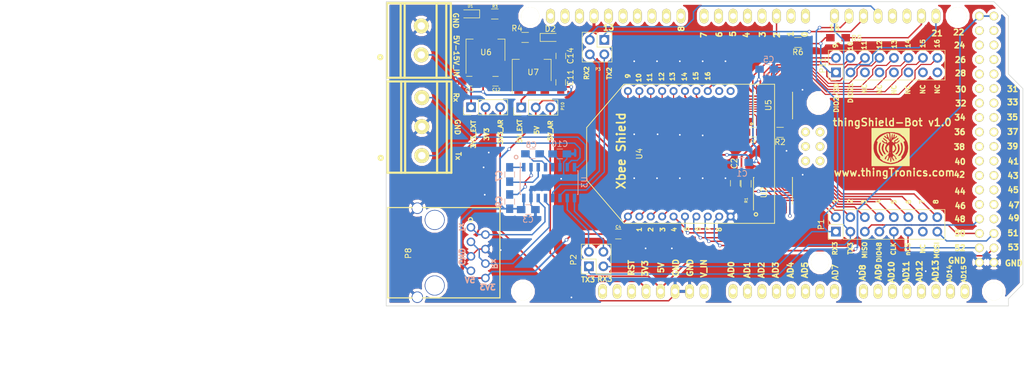
<source format=kicad_pcb>
(kicad_pcb (version 4) (host pcbnew 4.0.4-stable)
  (title_block (title thingShield-Bot) (date 2017-05-27) (rev v1.0))
  (layers (0 F.Cu signal) (31 B.Cu signal) (34 B.Paste user) (35 F.Paste user) (36 B.SilkS user) (37 F.SilkS user) (38 B.Mask user) (39 F.Mask user) (44 Edge.Cuts user))
  (net 0 "")
  (net 1 5V)
  (net 2 GND)
  (net 3 3V3)
  (net 4 "Net-(C7-Pad1)")
  (net 5 "Net-(C7-Pad2)")
  (net 6 "Net-(C8-Pad1)")
  (net 7 "Net-(C8-Pad2)")
  (net 8 "Net-(C9-Pad2)")
  (net 9 "Net-(C10-Pad2)")
  (net 10 EXT_PWR_IN)
  (net 11 3V3_EXT)
  (net 12 5V_EXT)
  (net 13 "Net-(D1-Pad1)")
  (net 14 "Net-(D2-Pad1)")
  (net 15 RX3)
  (net 16 "Net-(P1-Pad2)")
  (net 17 TX3)
  (net 18 "Net-(P1-Pad4)")
  (net 19 MISO)
  (net 20 "Net-(P1-Pad6)")
  (net 21 nRESET)
  (net 22 "Net-(P1-Pad8)")
  (net 23 CLK)
  (net 24 "Net-(P1-Pad10)")
  (net 25 nCS)
  (net 26 "Net-(P1-Pad12)")
  (net 27 "Net-(P1-Pad13)")
  (net 28 "Net-(P1-Pad14)")
  (net 29 MOSI)
  (net 30 "Net-(P1-Pad16)")
  (net 31 "Net-(P2-Pad2)")
  (net 32 "Net-(P2-Pad4)")
  (net 33 TX2)
  (net 34 "Net-(P3-Pad2)")
  (net 35 RX2)
  (net 36 "Net-(P3-Pad4)")
  (net 37 RX_232_2)
  (net 38 TX_232_2)
  (net 39 3V3_AR)
  (net 40 RX_232_1)
  (net 41 TX_232_1)
  (net 42 5V_AR)
  (net 43 INT_2)
  (net 44 "Net-(P11-Pad2)")
  (net 45 SCL)
  (net 46 "Net-(P11-Pad4)")
  (net 47 "Net-(P11-Pad5)")
  (net 48 "Net-(P11-Pad6)")
  (net 49 "Net-(P11-Pad7)")
  (net 50 "Net-(P11-Pad8)")
  (net 51 "Net-(P11-Pad9)")
  (net 52 "Net-(P11-Pad10)")
  (net 53 "Net-(P11-Pad11)")
  (net 54 "Net-(P11-Pad12)")
  (net 55 "Net-(P11-Pad13)")
  (net 56 "Net-(P11-Pad14)")
  (net 57 "Net-(P11-Pad15)")
  (net 58 "Net-(P11-Pad16)")
  (net 59 "Net-(R1-Pad1)")
  (net 60 "Net-(R2-Pad1)")
  (net 61 SDA)
  (net 62 "Net-(U1-Pad18)")
  (net 63 "Net-(U1-Pad19)")
  (net 64 "Net-(U1-PadAD15)")
  (net 65 "Net-(U1-PadAD14)")
  (net 66 "Net-(U1-PadAD13)")
  (net 67 "Net-(U1-PadAD12)")
  (net 68 "Net-(U1-PadAD8)")
  (net 69 "Net-(U1-PadAD7)")
  (net 70 "Net-(U1-PadAD6)")
  (net 71 "Net-(U1-PadAD9)")
  (net 72 "Net-(U1-PadAD10)")
  (net 73 "Net-(U1-PadAD11)")
  (net 74 "Net-(U1-PadAD5)")
  (net 75 "Net-(U1-PadAD4)")
  (net 76 "Net-(U1-PadAD3)")
  (net 77 "Net-(U1-PadAD0)")
  (net 78 "Net-(U1-PadAD1)")
  (net 79 "Net-(U1-PadAD2)")
  (net 80 "Net-(U1-PadV_IN)")
  (net 81 "Net-(U1-PadRST)")
  (net 82 "Net-(U1-Pad0)")
  (net 83 "Net-(U1-Pad1)")
  (net 84 "Net-(U1-Pad3)")
  (net 85 "Net-(U1-Pad4)")
  (net 86 "Net-(U1-Pad5)")
  (net 87 "Net-(U1-Pad6)")
  (net 88 "Net-(U1-Pad7)")
  (net 89 "Net-(U1-Pad8)")
  (net 90 "Net-(U1-Pad9)")
  (net 91 "Net-(U1-Pad10)")
  (net 92 "Net-(U1-Pad11)")
  (net 93 "Net-(U1-Pad12)")
  (net 94 "Net-(U1-Pad13)")
  (net 95 "Net-(U1-PadAREF)")
  (net 96 "Net-(U1-Pad22)")
  (net 97 "Net-(U1-Pad23)")
  (net 98 "Net-(U1-Pad24)")
  (net 99 "Net-(U1-Pad25)")
  (net 100 "Net-(U1-Pad26)")
  (net 101 "Net-(U1-Pad27)")
  (net 102 "Net-(U1-Pad28)")
  (net 103 "Net-(U1-Pad29)")
  (net 104 "Net-(U1-Pad31)")
  (net 105 "Net-(U1-Pad30)")
  (net 106 "Net-(U1-Pad32)")
  (net 107 "Net-(U1-Pad33)")
  (net 108 "Net-(U1-Pad34)")
  (net 109 "Net-(U1-Pad35)")
  (net 110 "Net-(U1-Pad36)")
  (net 111 "Net-(U1-Pad37)")
  (net 112 "Net-(U1-Pad38)")
  (net 113 "Net-(U1-Pad39)")
  (net 114 "Net-(U1-Pad40)")
  (net 115 "Net-(U1-Pad41)")
  (net 116 "Net-(U1-Pad42)")
  (net 117 "Net-(U1-Pad43)")
  (net 118 "Net-(U1-Pad44)")
  (net 119 "Net-(U1-Pad45)")
  (net 120 "Net-(U1-Pad46)")
  (net 121 "Net-(U1-Pad47)")
  (net 122 "Net-(U1-Pad49)")
  (net 123 "Net-(U1-PadIO_R)")
  (net 124 "Net-(U1-PadNC)")
  (net 125 "Net-(U1-PadSDA)")
  (net 126 "Net-(U1-PadSCL)")
  (net 127 "Net-(P11-Pad1)")
  (net 128 "Net-(U2-Pad1)")
  (net 129 "Net-(U2-Pad3)")
  (net 130 "Net-(U2-Pad4)")
  (net 131 "Net-(U2-Pad5)")
  (net 132 "Net-(U2-Pad6)")
  (net 133 "Net-(U2-Pad7)")
  (net 134 "Net-(U2-Pad8)")
  (net 135 "Net-(U2-Pad9)")
  (net 136 "Net-(U4-Pad20)")
  (net 137 "Net-(U4-Pad19)")
  (net 138 "Net-(U4-Pad18)")
  (net 139 "Net-(U4-Pad17)")
  (net 140 "Net-(U4-Pad16)")
  (net 141 "Net-(U4-Pad15)")
  (net 142 "Net-(U4-Pad14)")
  (net 143 "Net-(U4-Pad13)")
  (net 144 "Net-(U4-Pad12)")
  (net 145 "Net-(U4-Pad11)")
  (module via:VIA_0.6mm (layer F.Cu) (at 202.7 114.9)
    (fp_text reference REF** hide)
    (fp_text value VIA_0.6mm hide)
    (pad 1 thru_hole circle (at 0 0) (size 0.6 0.6) (drill 0.3) (layers *.Cu) (net 2 GND))
  )
  (module via:VIA_0.6mm (layer F.Cu) (at 198.7 114.9)
    (fp_text reference REF** hide)
    (fp_text value VIA_0.6mm hide)
    (pad 1 thru_hole circle (at 0 0) (size 0.6 0.6) (drill 0.3) (layers *.Cu) (net 2 GND))
  )
  (module via:VIA_0.6mm (layer F.Cu) (at 194.7 114.9)
    (fp_text reference REF** hide)
    (fp_text value VIA_0.6mm hide)
    (pad 1 thru_hole circle (at 0 0) (size 0.6 0.6) (drill 0.3) (layers *.Cu) (net 2 GND))
  )
  (module via:VIA_0.6mm (layer F.Cu) (at 190.7 114.9)
    (fp_text reference REF** hide)
    (fp_text value VIA_0.6mm hide)
    (pad 1 thru_hole circle (at 0 0) (size 0.6 0.6) (drill 0.3) (layers *.Cu) (net 2 GND))
  )
  (module via:VIA_0.6mm (layer F.Cu) (at 186.7 114.9)
    (fp_text reference REF** hide)
    (fp_text value VIA_0.6mm hide)
    (pad 1 thru_hole circle (at 0 0) (size 0.6 0.6) (drill 0.3) (layers *.Cu) (net 2 GND))
  )
  (module via:VIA_0.6mm (layer F.Cu) (at 163.6 98.6)
    (fp_text reference REF** hide)
    (fp_text value VIA_0.6mm hide)
    (pad 1 thru_hole circle (at 0 0) (size 0.6 0.6) (drill 0.3) (layers *.Cu) (net 2 GND))
  )
  (module via:VIA_0.6mm (layer F.Cu) (at 159.6 98.6)
    (fp_text reference REF** hide)
    (fp_text value VIA_0.6mm hide)
    (pad 1 thru_hole circle (at 0 0) (size 0.6 0.6) (drill 0.3) (layers *.Cu) (net 2 GND))
  )
  (module via:VIA_0.6mm (layer F.Cu) (at 155.6 98.6)
    (fp_text reference REF** hide)
    (fp_text value VIA_0.6mm hide)
    (pad 1 thru_hole circle (at 0 0) (size 0.6 0.6) (drill 0.3) (layers *.Cu) (net 2 GND))
  )
  (module via:VIA_0.6mm (layer F.Cu) (at 151.6 98.6)
    (fp_text reference REF** hide)
    (fp_text value VIA_0.6mm hide)
    (pad 1 thru_hole circle (at 0 0) (size 0.6 0.6) (drill 0.3) (layers *.Cu) (net 2 GND))
  )
  (module via:VIA_0.6mm (layer F.Cu) (at 147.6 98.6)
    (fp_text reference REF** hide)
    (fp_text value VIA_0.6mm hide)
    (pad 1 thru_hole circle (at 0 0) (size 0.6 0.6) (drill 0.3) (layers *.Cu) (net 2 GND))
  )
  (module via:VIA_0.6mm (layer F.Cu) (at 177.13 97.99)
    (fp_text reference REF** hide)
    (fp_text value VIA_0.6mm hide)
    (pad 1 thru_hole circle (at 0 0) (size 0.6 0.6) (drill 0.3) (layers *.Cu) (net 2 GND))
  )
  (module via:VIA_0.6mm (layer F.Cu) (at 154.2 110.9)
    (fp_text reference REF** hide)
    (fp_text value VIA_0.6mm hide)
    (pad 1 thru_hole circle (at 0 0) (size 0.6 0.6) (drill 0.3) (layers *.Cu) (net 2 GND))
  )
  (module via:VIA_0.6mm (layer F.Cu) (at 149.6 110.9)
    (fp_text reference REF** hide)
    (fp_text value VIA_0.6mm hide)
    (pad 1 thru_hole circle (at 0 0) (size 0.6 0.6) (drill 0.3) (layers *.Cu) (net 2 GND))
  )
  (module via:VIA_0.6mm (layer F.Cu) (at 134.8 98.7)
    (fp_text reference REF** hide)
    (fp_text value VIA_0.6mm hide)
    (pad 1 thru_hole circle (at 0 0) (size 0.6 0.6) (drill 0.3) (layers *.Cu) (net 2 GND))
  )
  (module via:VIA_0.6mm (layer F.Cu) (at 124.2 111.2)
    (fp_text reference REF** hide)
    (fp_text value VIA_0.6mm hide)
    (pad 1 thru_hole circle (at 0 0) (size 0.6 0.6) (drill 0.3) (layers *.Cu) (net 2 GND))
  )
  (module via:VIA_0.6mm (layer F.Cu) (at 122.1 94.1)
    (fp_text reference REF** hide)
    (fp_text value VIA_0.6mm hide)
    (pad 1 thru_hole circle (at 0 0) (size 0.6 0.6) (drill 0.3) (layers *.Cu) (net 2 GND))
  )
  (module via:VIA_0.6mm (layer F.Cu) (at 121.2 96.7)
    (fp_text reference REF** hide)
    (fp_text value VIA_0.6mm hide)
    (pad 1 thru_hole circle (at 0 0) (size 0.6 0.6) (drill 0.3) (layers *.Cu) (net 2 GND))
  )
  (module via:VIA_0.6mm (layer F.Cu) (at 121.4 101.5)
    (fp_text reference REF** hide)
    (fp_text value VIA_0.6mm hide)
    (pad 1 thru_hole circle (at 0 0) (size 0.6 0.6) (drill 0.3) (layers *.Cu) (net 2 GND))
  )
  (module via:VIA_0.6mm (layer F.Cu) (at 174.3 93.8)
    (fp_text reference REF** hide)
    (fp_text value VIA_0.6mm hide)
    (pad 1 thru_hole circle (at 0 0) (size 0.6 0.6) (drill 0.3) (layers *.Cu) (net 2 GND))
  )
  (module via:VIA_0.6mm (layer F.Cu) (at 177.1 83.1)
    (fp_text reference REF** hide)
    (fp_text value VIA_0.6mm hide)
    (pad 1 thru_hole circle (at 0 0) (size 0.6 0.6) (drill 0.3) (layers *.Cu) (net 2 GND))
  )
  (module via:VIA_0.6mm (layer F.Cu) (at 159.6 91.1)
    (fp_text reference REF** hide)
    (fp_text value VIA_0.6mm hide)
    (pad 1 thru_hole circle (at 0 0) (size 0.6 0.6) (drill 0.3) (layers *.Cu) (net 2 GND))
  )
  (module via:VIA_0.6mm (layer F.Cu) (at 155.6 91)
    (fp_text reference REF** hide)
    (fp_text value VIA_0.6mm hide)
    (pad 1 thru_hole circle (at 0 0) (size 0.6 0.6) (drill 0.3) (layers *.Cu) (net 2 GND))
  )
  (module via:VIA_0.6mm (layer F.Cu) (at 151.7 90.9)
    (fp_text reference REF** hide)
    (fp_text value VIA_0.6mm hide)
    (pad 1 thru_hole circle (at 0 0) (size 0.6 0.6) (drill 0.3) (layers *.Cu) (net 2 GND))
  )
  (module via:VIA_0.6mm (layer F.Cu) (at 147.6 90.9)
    (fp_text reference REF** hide)
    (fp_text value VIA_0.6mm hide)
    (pad 1 thru_hole circle (at 0 0) (size 0.6 0.6) (drill 0.3) (layers *.Cu) (net 2 GND))
  )
  (module via:VIA_0.6mm (layer F.Cu) (at 163.6 78.1)
    (fp_text reference REF** hide)
    (fp_text value VIA_0.6mm hide)
    (pad 1 thru_hole circle (at 0 0) (size 0.6 0.6) (drill 0.3) (layers *.Cu) (net 2 GND))
  )
  (module via:VIA_0.6mm (layer F.Cu) (at 159.6 78.1)
    (fp_text reference REF** hide)
    (fp_text value VIA_0.6mm hide)
    (pad 1 thru_hole circle (at 0 0) (size 0.6 0.6) (drill 0.3) (layers *.Cu) (net 2 GND))
  )
  (module via:VIA_0.6mm (layer F.Cu) (at 155.6 78.1)
    (fp_text reference REF** hide)
    (fp_text value VIA_0.6mm hide)
    (pad 1 thru_hole circle (at 0 0) (size 0.6 0.6) (drill 0.3) (layers *.Cu) (net 2 GND))
  )
  (module via:VIA_0.6mm (layer F.Cu) (at 151.6 78.1)
    (fp_text reference REF** hide)
    (fp_text value VIA_0.6mm hide)
    (pad 1 thru_hole circle (at 0 0) (size 0.6 0.6) (drill 0.3) (layers *.Cu) (net 2 GND))
  )
  (module via:VIA_0.6mm (layer F.Cu) (at 147.6 78.1)
    (fp_text reference REF** hide)
    (fp_text value VIA_0.6mm hide)
    (pad 1 thru_hole circle (at 0 0) (size 0.6 0.6) (drill 0.3) (layers *.Cu) (net 2 GND))
  )
  (module Resistors_SMD:R_0805_HandSoldering (layer F.Cu) (at 176.3 74.8 180)
    (fp_text reference R6 (at 0 -1.7 180) (layer F.SilkS))
    (fp_text value 0E)
    (pad 1 smd rect (at -1.35 0 180) (size 1.5 1.3) (layers F.Cu F.Paste F.Mask) (net 127 "Net-(P11-Pad1)"))
    (pad 2 smd rect (at 1.35 0 180) (size 1.5 1.3) (layers F.Cu F.Paste F.Mask) (net 43 INT_2))
  )
  (module Capacitors_SMD:C_0805_HandSoldering (layer B.Cu) (at 166.43 95.83 180)
    (fp_text reference C1 (at -0.07 -1.97 180) (layer B.SilkS) (effects (justify mirror)))
    (fp_text value 0.1uF)
    (pad 1 smd rect (at -1.25 0 180) (size 1.5 1.25) (layers B.Cu B.Paste B.Mask) (net 1 5V))
    (pad 2 smd rect (at 1.25 0 180) (size 1.5 1.25) (layers B.Cu B.Paste B.Mask) (net 2 GND))
  )
  (module Arduino:ARDUINO_MEGA_SHIELD (layer F.Cu) (at 114.13 120.98)
    (fp_text reference U1 hide)
    (fp_text value ARDUINO_MEGA_SHIELD hide)
    (pad 14 thru_hole oval (at 68.58 -50.8 90) (size 2.54 1.524) (drill 1.016) (layers *.Cu *.Mask F.SilkS) (net 17 TX3))
    (pad 15 thru_hole oval (at 71.12 -50.8 90) (size 2.54 1.524) (drill 1.016) (layers *.Cu *.Mask F.SilkS) (net 15 RX3))
    (pad 16 thru_hole oval (at 73.66 -50.8 90) (size 2.54 1.524) (drill 1.016) (layers *.Cu *.Mask F.SilkS) (net 33 TX2))
    (pad 17 thru_hole oval (at 76.2 -50.8 90) (size 2.54 1.524) (drill 1.016) (layers *.Cu *.Mask F.SilkS) (net 35 RX2))
    (pad 18 thru_hole oval (at 78.74 -50.8 90) (size 2.54 1.524) (drill 1.016) (layers *.Cu *.Mask F.SilkS) (net 62 "Net-(U1-Pad18)"))
    (pad 19 thru_hole oval (at 81.28 -50.8 90) (size 2.54 1.524) (drill 1.016) (layers *.Cu *.Mask F.SilkS) (net 63 "Net-(U1-Pad19)"))
    (pad 20 thru_hole oval (at 83.82 -50.8 90) (size 2.54 1.524) (drill 1.016) (layers *.Cu *.Mask F.SilkS) (net 61 SDA))
    (pad 21 thru_hole oval (at 86.36 -50.8 90) (size 2.54 1.524) (drill 1.016) (layers *.Cu *.Mask F.SilkS) (net 45 SCL))
    (pad AD15 thru_hole oval (at 91.44 -2.54 90) (size 2.54 1.524) (drill 1.016) (layers *.Cu *.Mask F.SilkS) (net 64 "Net-(U1-PadAD15)"))
    (pad AD14 thru_hole oval (at 88.9 -2.54 90) (size 2.54 1.524) (drill 1.016) (layers *.Cu *.Mask F.SilkS) (net 65 "Net-(U1-PadAD14)"))
    (pad AD13 thru_hole oval (at 86.36 -2.54 90) (size 2.54 1.524) (drill 1.016) (layers *.Cu *.Mask F.SilkS) (net 66 "Net-(U1-PadAD13)"))
    (pad AD12 thru_hole oval (at 83.82 -2.54 90) (size 2.54 1.524) (drill 1.016) (layers *.Cu *.Mask F.SilkS) (net 67 "Net-(U1-PadAD12)"))
    (pad AD8 thru_hole oval (at 73.66 -2.54 90) (size 2.54 1.524) (drill 1.016) (layers *.Cu *.Mask F.SilkS) (net 68 "Net-(U1-PadAD8)"))
    (pad AD7 thru_hole oval (at 68.58 -2.54 90) (size 2.54 1.524) (drill 1.016) (layers *.Cu *.Mask F.SilkS) (net 69 "Net-(U1-PadAD7)"))
    (pad AD6 thru_hole oval (at 66.04 -2.54 90) (size 2.54 1.524) (drill 1.016) (layers *.Cu *.Mask F.SilkS) (net 70 "Net-(U1-PadAD6)"))
    (pad AD9 thru_hole oval (at 76.2 -2.54 90) (size 2.54 1.524) (drill 1.016) (layers *.Cu *.Mask F.SilkS) (net 71 "Net-(U1-PadAD9)"))
    (pad AD10 thru_hole oval (at 78.74 -2.54 90) (size 2.54 1.524) (drill 1.016) (layers *.Cu *.Mask F.SilkS) (net 72 "Net-(U1-PadAD10)"))
    (pad AD11 thru_hole oval (at 81.28 -2.54 90) (size 2.54 1.524) (drill 1.016) (layers *.Cu *.Mask F.SilkS) (net 73 "Net-(U1-PadAD11)"))
    (pad AD5 thru_hole oval (at 63.5 -2.54 90) (size 2.54 1.524) (drill 1.016) (layers *.Cu *.Mask F.SilkS) (net 74 "Net-(U1-PadAD5)"))
    (pad AD4 thru_hole oval (at 60.96 -2.54 90) (size 2.54 1.524) (drill 1.016) (layers *.Cu *.Mask F.SilkS) (net 75 "Net-(U1-PadAD4)"))
    (pad AD3 thru_hole oval (at 58.42 -2.54 90) (size 2.54 1.524) (drill 1.016) (layers *.Cu *.Mask F.SilkS) (net 76 "Net-(U1-PadAD3)"))
    (pad AD0 thru_hole oval (at 50.8 -2.54 90) (size 2.54 1.524) (drill 1.016) (layers *.Cu *.Mask F.SilkS) (net 77 "Net-(U1-PadAD0)"))
    (pad AD1 thru_hole oval (at 53.34 -2.54 90) (size 2.54 1.524) (drill 1.016) (layers *.Cu *.Mask F.SilkS) (net 78 "Net-(U1-PadAD1)"))
    (pad AD2 thru_hole oval (at 55.88 -2.54 90) (size 2.54 1.524) (drill 1.016) (layers *.Cu *.Mask F.SilkS) (net 79 "Net-(U1-PadAD2)"))
    (pad V_IN thru_hole oval (at 45.72 -2.54 90) (size 2.54 1.524) (drill 1.016) (layers *.Cu *.Mask F.SilkS) (net 80 "Net-(U1-PadV_IN)"))
    (pad GND2 thru_hole oval (at 43.18 -2.54 90) (size 2.54 1.524) (drill 1.016) (layers *.Cu *.Mask F.SilkS) (net 2 GND))
    (pad GND1 thru_hole oval (at 40.64 -2.54 90) (size 2.54 1.524) (drill 1.016) (layers *.Cu *.Mask F.SilkS) (net 2 GND))
    (pad 3V3 thru_hole oval (at 35.56 -2.54 90) (size 2.54 1.524) (drill 1.016) (layers *.Cu *.Mask F.SilkS) (net 39 3V3_AR))
    (pad RST thru_hole oval (at 33.02 -2.54 90) (size 2.54 1.524) (drill 1.016) (layers *.Cu *.Mask F.SilkS) (net 81 "Net-(U1-PadRST)"))
    (pad 0 thru_hole oval (at 63.5 -50.8 90) (size 2.54 1.524) (drill 1.016) (layers *.Cu *.Mask F.SilkS) (net 82 "Net-(U1-Pad0)"))
    (pad 1 thru_hole oval (at 60.96 -50.8 90) (size 2.54 1.524) (drill 1.016) (layers *.Cu *.Mask F.SilkS) (net 83 "Net-(U1-Pad1)"))
    (pad 2 thru_hole oval (at 58.42 -50.8 90) (size 2.54 1.524) (drill 1.016) (layers *.Cu *.Mask F.SilkS) (net 43 INT_2))
    (pad 3 thru_hole oval (at 55.88 -50.8 90) (size 2.54 1.524) (drill 1.016) (layers *.Cu *.Mask F.SilkS) (net 84 "Net-(U1-Pad3)"))
    (pad 4 thru_hole oval (at 53.34 -50.8 90) (size 2.54 1.524) (drill 1.016) (layers *.Cu *.Mask F.SilkS) (net 85 "Net-(U1-Pad4)"))
    (pad 5 thru_hole oval (at 50.8 -50.8 90) (size 2.54 1.524) (drill 1.016) (layers *.Cu *.Mask F.SilkS) (net 86 "Net-(U1-Pad5)"))
    (pad 6 thru_hole oval (at 48.26 -50.8 90) (size 2.54 1.524) (drill 1.016) (layers *.Cu *.Mask F.SilkS) (net 87 "Net-(U1-Pad6)"))
    (pad 7 thru_hole oval (at 45.72 -50.8 90) (size 2.54 1.524) (drill 1.016) (layers *.Cu *.Mask F.SilkS) (net 88 "Net-(U1-Pad7)"))
    (pad 8 thru_hole oval (at 41.656 -50.8 90) (size 2.54 1.524) (drill 1.016) (layers *.Cu *.Mask F.SilkS) (net 89 "Net-(U1-Pad8)"))
    (pad 9 thru_hole oval (at 39.116 -50.8 90) (size 2.54 1.524) (drill 1.016) (layers *.Cu *.Mask F.SilkS) (net 90 "Net-(U1-Pad9)"))
    (pad 10 thru_hole oval (at 36.576 -50.8 90) (size 2.54 1.524) (drill 1.016) (layers *.Cu *.Mask F.SilkS) (net 91 "Net-(U1-Pad10)"))
    (pad 11 thru_hole oval (at 34.036 -50.8 90) (size 2.54 1.524) (drill 1.016) (layers *.Cu *.Mask F.SilkS) (net 92 "Net-(U1-Pad11)"))
    (pad 12 thru_hole oval (at 31.496 -50.8 90) (size 2.54 1.524) (drill 1.016) (layers *.Cu *.Mask F.SilkS) (net 93 "Net-(U1-Pad12)"))
    (pad 13 thru_hole oval (at 28.956 -50.8 90) (size 2.54 1.524) (drill 1.016) (layers *.Cu *.Mask F.SilkS) (net 94 "Net-(U1-Pad13)"))
    (pad GND3 thru_hole oval (at 26.416 -50.8 90) (size 2.54 1.524) (drill 1.016) (layers *.Cu *.Mask F.SilkS) (net 2 GND))
    (pad AREF thru_hole oval (at 23.876 -50.8 90) (size 2.54 1.524) (drill 1.016) (layers *.Cu *.Mask F.SilkS) (net 95 "Net-(U1-PadAREF)"))
    (pad 5V thru_hole oval (at 38.1 -2.54 90) (size 2.54 1.524) (drill 1.016) (layers *.Cu *.Mask F.SilkS) (net 42 5V_AR))
    (pad "" np_thru_hole circle (at 96.52 -2.54 90) (size 3.175 3.175) (drill 3.175) (layers *.Cu *.Mask F.SilkS))
    (pad "" np_thru_hole circle (at 90.17 -50.8 90) (size 3.175 3.175) (drill 3.175) (layers *.Cu *.Mask F.SilkS))
    (pad "" np_thru_hole circle (at 15.24 -50.8 90) (size 3.175 3.175) (drill 3.175) (layers *.Cu *.Mask F.SilkS))
    (pad "" np_thru_hole circle (at 13.97 -2.54 90) (size 3.175 3.175) (drill 3.175) (layers *.Cu *.Mask F.SilkS))
    (pad 22 thru_hole circle (at 93.98 -48.26) (size 1.524 1.524) (drill 1.016) (layers *.Cu *.Mask F.SilkS) (net 96 "Net-(U1-Pad22)"))
    (pad 23 thru_hole circle (at 96.52 -48.26) (size 1.524 1.524) (drill 1.016) (layers *.Cu *.Mask F.SilkS) (net 97 "Net-(U1-Pad23)"))
    (pad 24 thru_hole circle (at 93.98 -45.72) (size 1.524 1.524) (drill 1.016) (layers *.Cu *.Mask F.SilkS) (net 98 "Net-(U1-Pad24)"))
    (pad 25 thru_hole circle (at 96.52 -45.72) (size 1.524 1.524) (drill 1.016) (layers *.Cu *.Mask F.SilkS) (net 99 "Net-(U1-Pad25)"))
    (pad 26 thru_hole circle (at 93.98 -43.18) (size 1.524 1.524) (drill 1.016) (layers *.Cu *.Mask F.SilkS) (net 100 "Net-(U1-Pad26)"))
    (pad 27 thru_hole circle (at 96.52 -43.18) (size 1.524 1.524) (drill 1.016) (layers *.Cu *.Mask F.SilkS) (net 101 "Net-(U1-Pad27)"))
    (pad 28 thru_hole circle (at 93.98 -40.64) (size 1.524 1.524) (drill 1.016) (layers *.Cu *.Mask F.SilkS) (net 102 "Net-(U1-Pad28)"))
    (pad 29 thru_hole circle (at 96.52 -40.64) (size 1.524 1.524) (drill 1.016) (layers *.Cu *.Mask F.SilkS) (net 103 "Net-(U1-Pad29)"))
    (pad 5V_4 thru_hole circle (at 93.98 -50.8) (size 1.524 1.524) (drill 1.016) (layers *.Cu *.Mask F.SilkS) (net 42 5V_AR))
    (pad 5V_5 thru_hole circle (at 96.52 -50.8) (size 1.524 1.524) (drill 1.016) (layers *.Cu *.Mask F.SilkS) (net 42 5V_AR))
    (pad 31 thru_hole circle (at 96.52 -38.1) (size 1.524 1.524) (drill 1.016) (layers *.Cu *.Mask F.SilkS) (net 104 "Net-(U1-Pad31)"))
    (pad 30 thru_hole circle (at 93.98 -38.1) (size 1.524 1.524) (drill 1.016) (layers *.Cu *.Mask F.SilkS) (net 105 "Net-(U1-Pad30)"))
    (pad 32 thru_hole circle (at 93.98 -35.56) (size 1.524 1.524) (drill 1.016) (layers *.Cu *.Mask F.SilkS) (net 106 "Net-(U1-Pad32)"))
    (pad 33 thru_hole circle (at 96.52 -35.56) (size 1.524 1.524) (drill 1.016) (layers *.Cu *.Mask F.SilkS) (net 107 "Net-(U1-Pad33)"))
    (pad 34 thru_hole circle (at 93.98 -33.02) (size 1.524 1.524) (drill 1.016) (layers *.Cu *.Mask F.SilkS) (net 108 "Net-(U1-Pad34)"))
    (pad 35 thru_hole circle (at 96.52 -33.02) (size 1.524 1.524) (drill 1.016) (layers *.Cu *.Mask F.SilkS) (net 109 "Net-(U1-Pad35)"))
    (pad 36 thru_hole circle (at 93.98 -30.48) (size 1.524 1.524) (drill 1.016) (layers *.Cu *.Mask F.SilkS) (net 110 "Net-(U1-Pad36)"))
    (pad 37 thru_hole circle (at 96.52 -30.48) (size 1.524 1.524) (drill 1.016) (layers *.Cu *.Mask F.SilkS) (net 111 "Net-(U1-Pad37)"))
    (pad 38 thru_hole circle (at 93.98 -27.94) (size 1.524 1.524) (drill 1.016) (layers *.Cu *.Mask F.SilkS) (net 112 "Net-(U1-Pad38)"))
    (pad 39 thru_hole circle (at 96.52 -27.94) (size 1.524 1.524) (drill 1.016) (layers *.Cu *.Mask F.SilkS) (net 113 "Net-(U1-Pad39)"))
    (pad 40 thru_hole circle (at 93.98 -25.4) (size 1.524 1.524) (drill 1.016) (layers *.Cu *.Mask F.SilkS) (net 114 "Net-(U1-Pad40)"))
    (pad 41 thru_hole circle (at 96.52 -25.4) (size 1.524 1.524) (drill 1.016) (layers *.Cu *.Mask F.SilkS) (net 115 "Net-(U1-Pad41)"))
    (pad 42 thru_hole circle (at 93.98 -22.86) (size 1.524 1.524) (drill 1.016) (layers *.Cu *.Mask F.SilkS) (net 116 "Net-(U1-Pad42)"))
    (pad 43 thru_hole circle (at 96.52 -22.86) (size 1.524 1.524) (drill 1.016) (layers *.Cu *.Mask F.SilkS) (net 117 "Net-(U1-Pad43)"))
    (pad 44 thru_hole circle (at 93.98 -20.32) (size 1.524 1.524) (drill 1.016) (layers *.Cu *.Mask F.SilkS) (net 118 "Net-(U1-Pad44)"))
    (pad 45 thru_hole circle (at 96.52 -20.32) (size 1.524 1.524) (drill 1.016) (layers *.Cu *.Mask F.SilkS) (net 119 "Net-(U1-Pad45)"))
    (pad 46 thru_hole circle (at 93.98 -17.78) (size 1.524 1.524) (drill 1.016) (layers *.Cu *.Mask F.SilkS) (net 120 "Net-(U1-Pad46)"))
    (pad 47 thru_hole circle (at 96.52 -17.78) (size 1.524 1.524) (drill 1.016) (layers *.Cu *.Mask F.SilkS) (net 121 "Net-(U1-Pad47)"))
    (pad 48 thru_hole circle (at 93.98 -15.24) (size 1.524 1.524) (drill 1.016) (layers *.Cu *.Mask F.SilkS) (net 21 nRESET))
    (pad 49 thru_hole circle (at 96.52 -15.24) (size 1.524 1.524) (drill 1.016) (layers *.Cu *.Mask F.SilkS) (net 122 "Net-(U1-Pad49)"))
    (pad 50 thru_hole circle (at 93.98 -12.7) (size 1.524 1.524) (drill 1.016) (layers *.Cu *.Mask F.SilkS) (net 19 MISO))
    (pad 51 thru_hole circle (at 96.52 -12.7) (size 1.524 1.524) (drill 1.016) (layers *.Cu *.Mask F.SilkS) (net 29 MOSI))
    (pad 52 thru_hole circle (at 93.98 -10.16) (size 1.524 1.524) (drill 1.016) (layers *.Cu *.Mask F.SilkS) (net 23 CLK))
    (pad 53 thru_hole circle (at 96.52 -10.16) (size 1.524 1.524) (drill 1.016) (layers *.Cu *.Mask F.SilkS) (net 25 nCS))
    (pad GND4 thru_hole circle (at 93.98 -7.62) (size 1.524 1.524) (drill 1.016) (layers *.Cu *.Mask F.SilkS) (net 2 GND))
    (pad GND5 thru_hole circle (at 96.52 -7.62) (size 1.524 1.524) (drill 1.016) (layers *.Cu *.Mask F.SilkS) (net 2 GND))
    (pad SP1 thru_hole circle (at 63.5 -30.48) (size 1.524 1.524) (drill 0.8128) (layers *.Cu *.Mask F.SilkS))
    (pad SP2 thru_hole circle (at 66.04 -30.48) (size 1.524 1.524) (drill 0.8128) (layers *.Cu *.Mask F.SilkS))
    (pad SP3 thru_hole circle (at 63.5 -27.94) (size 1.524 1.524) (drill 0.8128) (layers *.Cu *.Mask F.SilkS))
    (pad SP4 thru_hole circle (at 66.04 -27.94) (size 1.524 1.524) (drill 0.8128) (layers *.Cu *.Mask F.SilkS))
    (pad SP5 thru_hole circle (at 63.5 -25.4) (size 1.524 1.524) (drill 0.8128) (layers *.Cu *.Mask F.SilkS))
    (pad SP6 thru_hole circle (at 66.04 -25.4) (size 1.524 1.524) (drill 0.8128) (layers *.Cu *.Mask F.SilkS))
    (pad "" np_thru_hole circle (at 65.786 -35.56) (size 3.175 3.175) (drill 3.175) (layers *.Cu *.Mask F.SilkS))
    (pad "" np_thru_hole circle (at 66.04 -7.62) (size 3.175 3.175) (drill 3.175) (layers *.Cu *.Mask F.SilkS))
    (pad IO_R thru_hole oval (at 30.48 -2.54 90) (size 2.54 1.524) (drill 1.016) (layers *.Cu *.Mask F.SilkS) (net 123 "Net-(U1-PadIO_R)"))
    (pad NC thru_hole oval (at 27.94 -2.54 90) (size 2.54 1.524) (drill 1.016) (layers *.Cu *.Mask F.SilkS) (net 124 "Net-(U1-PadNC)"))
    (pad SDA thru_hole oval (at 21.336 -50.8 90) (size 2.54 1.524) (drill 1.016) (layers *.Cu *.Mask F.SilkS) (net 125 "Net-(U1-PadSDA)"))
    (pad SCL thru_hole oval (at 18.796 -50.8 90) (size 2.54 1.524) (drill 1.016) (layers *.Cu *.Mask F.SilkS) (net 126 "Net-(U1-PadSCL)"))
  )
  (module Housings_SOIC:SOIC-16_3.9x9.9mm_Pitch1.27mm (layer B.Cu) (at 132.685 99.37 270)
    (fp_text reference U3 (at -0.07 -6.215 270) (layer B.SilkS) (effects (justify mirror)))
    (fp_text value MAX232)
    (pad 1 smd rect (at -2.7 4.445 270) (size 1.5 0.6) (layers B.Cu B.Paste B.Mask) (net 4 "Net-(C7-Pad1)"))
    (pad 2 smd rect (at -2.7 3.175 270) (size 1.5 0.6) (layers B.Cu B.Paste B.Mask) (net 8 "Net-(C9-Pad2)"))
    (pad 3 smd rect (at -2.7 1.905 270) (size 1.5 0.6) (layers B.Cu B.Paste B.Mask) (net 5 "Net-(C7-Pad2)"))
    (pad 4 smd rect (at -2.7 0.635 270) (size 1.5 0.6) (layers B.Cu B.Paste B.Mask) (net 6 "Net-(C8-Pad1)"))
    (pad 5 smd rect (at -2.7 -0.635 270) (size 1.5 0.6) (layers B.Cu B.Paste B.Mask) (net 7 "Net-(C8-Pad2)"))
    (pad 6 smd rect (at -2.7 -1.905 270) (size 1.5 0.6) (layers B.Cu B.Paste B.Mask) (net 9 "Net-(C10-Pad2)"))
    (pad 7 smd rect (at -2.7 -3.175 270) (size 1.5 0.6) (layers B.Cu B.Paste B.Mask) (net 38 TX_232_2))
    (pad 8 smd rect (at -2.7 -4.445 270) (size 1.5 0.6) (layers B.Cu B.Paste B.Mask) (net 37 RX_232_2))
    (pad 9 smd rect (at 2.7 -4.445 270) (size 1.5 0.6) (layers B.Cu B.Paste B.Mask) (net 32 "Net-(P2-Pad4)"))
    (pad 10 smd rect (at 2.7 -3.175 270) (size 1.5 0.6) (layers B.Cu B.Paste B.Mask) (net 31 "Net-(P2-Pad2)"))
    (pad 11 smd rect (at 2.7 -1.905 270) (size 1.5 0.6) (layers B.Cu B.Paste B.Mask) (net 34 "Net-(P3-Pad2)"))
    (pad 12 smd rect (at 2.7 -0.635 270) (size 1.5 0.6) (layers B.Cu B.Paste B.Mask) (net 36 "Net-(P3-Pad4)"))
    (pad 13 smd rect (at 2.7 0.635 270) (size 1.5 0.6) (layers B.Cu B.Paste B.Mask) (net 40 RX_232_1))
    (pad 14 smd rect (at 2.7 1.905 270) (size 1.5 0.6) (layers B.Cu B.Paste B.Mask) (net 41 TX_232_1))
    (pad 15 smd rect (at 2.7 3.175 270) (size 1.5 0.6) (layers B.Cu B.Paste B.Mask) (net 2 GND))
    (pad 16 smd rect (at 2.7 4.445 270) (size 1.5 0.6) (layers B.Cu B.Paste B.Mask) (net 1 5V))
  )
  (module Capacitors_SMD:C_0805_HandSoldering (layer B.Cu) (at 134.55 94.34 180)
    (fp_text reference C10 (at 0 1.75 180) (layer B.SilkS) (effects (justify mirror)))
    (fp_text value 1uF)
    (pad 1 smd rect (at -1.25 0 180) (size 1.5 1.25) (layers B.Cu B.Paste B.Mask) (net 2 GND))
    (pad 2 smd rect (at 1.25 0 180) (size 1.5 1.25) (layers B.Cu B.Paste B.Mask) (net 9 "Net-(C10-Pad2)"))
  )
  (module Capacitors_SMD:C_0805_HandSoldering (layer B.Cu) (at 125.77 102.7 90)
    (fp_text reference C9 (at 0 -1.87 90) (layer B.SilkS) (effects (font (thickness 0.25)) (justify mirror)))
    (fp_text value 1uF)
    (pad 1 smd rect (at -1.25 0 90) (size 1.5 1.25) (layers B.Cu B.Paste B.Mask) (net 1 5V))
    (pad 2 smd rect (at 1.25 0 90) (size 1.5 1.25) (layers B.Cu B.Paste B.Mask) (net 8 "Net-(C9-Pad2)"))
  )
  (module Capacitors_SMD:C_0805_HandSoldering (layer F.Cu) (at 165.32 99.48 90)
    (fp_text reference C2 (at 3.49 -0.18 90) (layer F.SilkS))
    (fp_text value 0.1uF)
    (pad 1 smd rect (at -1.25 0 90) (size 1.5 1.25) (layers F.Cu F.Paste F.Mask) (net 3 3V3))
    (pad 2 smd rect (at 1.25 0 90) (size 1.5 1.25) (layers F.Cu F.Paste F.Mask) (net 2 GND))
  )
  (module Capacitors_SMD:C_0805_HandSoldering (layer B.Cu) (at 129.03 104.1)
    (fp_text reference C3 (at -0.04 1.77) (layer B.SilkS) (effects (justify mirror)))
    (fp_text value 1uF)
    (pad 1 smd rect (at -1.25 0) (size 1.5 1.25) (layers B.Cu B.Paste B.Mask) (net 1 5V))
    (pad 2 smd rect (at 1.25 0) (size 1.5 1.25) (layers B.Cu B.Paste B.Mask) (net 2 GND))
  )
  (module Capacitors_SMD:C_0805_HandSoldering (layer F.Cu) (at 144.81 108.39)
    (fp_text reference C4 (at 0 -1.25) (layer F.SilkS) (effects (font (size 0.5 0.5) (thickness 0.1))))
    (fp_text value 1uF)
    (pad 1 smd rect (at -1.25 0) (size 1.5 1.25) (layers F.Cu F.Paste F.Mask) (net 3 3V3))
    (pad 2 smd rect (at 1.25 0) (size 1.5 1.25) (layers F.Cu F.Paste F.Mask) (net 2 GND))
  )
  (module Capacitors_SMD:C_0805_HandSoldering (layer B.Cu) (at 170.82 79.49)
    (fp_text reference C5 (at 0.35 -1.72) (layer B.SilkS) (effects (justify mirror)))
    (fp_text value 0.1uF)
    (pad 1 smd rect (at -1.25 0) (size 1.5 1.25) (layers B.Cu B.Paste B.Mask) (net 1 5V))
    (pad 2 smd rect (at 1.25 0) (size 1.5 1.25) (layers B.Cu B.Paste B.Mask) (net 2 GND))
  )
  (module Capacitors_SMD:C_0805_HandSoldering (layer F.Cu) (at 168.45 90.54 180)
    (fp_text reference C6 (at -0.02 -1.58 180) (layer F.SilkS) (effects (font (size 0.5 0.5) (thickness 0.1))))
    (fp_text value 0.1uF)
    (pad 1 smd rect (at -1.25 0 180) (size 1.5 1.25) (layers F.Cu F.Paste F.Mask) (net 3 3V3))
    (pad 2 smd rect (at 1.25 0 180) (size 1.5 1.25) (layers F.Cu F.Paste F.Mask) (net 2 GND))
  )
  (module Capacitors_SMD:C_0805_HandSoldering (layer B.Cu) (at 125.77 97.95 270)
    (fp_text reference C7 (at 0.25 1.87 270) (layer B.SilkS) (effects (font (thickness 0.25)) (justify mirror)))
    (fp_text value 1uF)
    (pad 1 smd rect (at -1.25 0 270) (size 1.5 1.25) (layers B.Cu B.Paste B.Mask) (net 4 "Net-(C7-Pad1)"))
    (pad 2 smd rect (at 1.25 0 270) (size 1.5 1.25) (layers B.Cu B.Paste B.Mask) (net 5 "Net-(C7-Pad2)"))
  )
  (module Capacitors_SMD:C_0805_HandSoldering (layer B.Cu) (at 129.78 94.32)
    (fp_text reference C8 (at -0.22 -1.56) (layer B.SilkS) (effects (justify mirror)))
    (fp_text value 1uF)
    (pad 1 smd rect (at -1.25 0) (size 1.5 1.25) (layers B.Cu B.Paste B.Mask) (net 6 "Net-(C8-Pad1)"))
    (pad 2 smd rect (at 1.25 0) (size 1.5 1.25) (layers B.Cu B.Paste B.Mask) (net 7 "Net-(C8-Pad2)"))
  )
  (module Capacitors_SMD:C_0805_HandSoldering (layer F.Cu) (at 134.72 81.8 90)
    (fp_text reference C11 (at 0.82 1.71 90) (layer F.SilkS))
    (fp_text value 10uF)
    (pad 1 smd rect (at -1.25 0 90) (size 1.5 1.25) (layers F.Cu F.Paste F.Mask) (net 10 EXT_PWR_IN))
    (pad 2 smd rect (at 1.25 0 90) (size 1.5 1.25) (layers F.Cu F.Paste F.Mask) (net 2 GND))
  )
  (module Capacitors_SMD:C_0805_HandSoldering (layer F.Cu) (at 123.29 81.6)
    (fp_text reference C12 (at 0.13 1.48) (layer F.SilkS) (effects (font (size 0.5 0.5) (thickness 0.1))))
    (fp_text value 10uF)
    (pad 1 smd rect (at -1.25 0) (size 1.5 1.25) (layers F.Cu F.Paste F.Mask) (net 10 EXT_PWR_IN))
    (pad 2 smd rect (at 1.25 0) (size 1.5 1.25) (layers F.Cu F.Paste F.Mask) (net 2 GND))
  )
  (module Capacitors_SMD:C_0805_HandSoldering (layer F.Cu) (at 118.69 81.59 180)
    (fp_text reference C13 (at -0.04 -1.56 360) (layer F.SilkS) (effects (font (size 0.5 0.5) (thickness 0.1))))
    (fp_text value 10uF)
    (pad 1 smd rect (at -1.25 0 180) (size 1.5 1.25) (layers F.Cu F.Paste F.Mask) (net 11 3V3_EXT))
    (pad 2 smd rect (at 1.25 0 180) (size 1.5 1.25) (layers F.Cu F.Paste F.Mask) (net 2 GND))
  )
  (module Capacitors_SMD:C_0805_HandSoldering (layer F.Cu) (at 134.74 77.17 270)
    (fp_text reference C14 (at -0.03 -1.69 270) (layer F.SilkS))
    (fp_text value 10uF)
    (pad 1 smd rect (at -1.25 0 270) (size 1.5 1.25) (layers F.Cu F.Paste F.Mask) (net 12 5V_EXT))
    (pad 2 smd rect (at 1.25 0 270) (size 1.5 1.25) (layers F.Cu F.Paste F.Mask) (net 2 GND))
  )
  (module LEDs:LED_0805 (layer F.Cu) (at 118.71 69.79 180)
    (fp_text reference D1 (at -0.18 1.37 180) (layer F.SilkS) (effects (font (size 0.5 0.5) (thickness 0.1))))
    (fp_text value PWR)
    (pad 2 smd rect (at 1.1 0) (size 1.2 1.2) (layers F.Cu F.Paste F.Mask) (net 11 3V3_EXT))
    (pad 1 smd rect (at -1.1 0) (size 1.2 1.2) (layers F.Cu F.Paste F.Mask) (net 13 "Net-(D1-Pad1)"))
  )
  (module LEDs:LED_0805 (layer F.Cu) (at 132.92 73.92)
    (fp_text reference D2 (at -0.03 -1.5) (layer F.SilkS))
    (fp_text value PWR)
    (pad 2 smd rect (at 1.1 0 180) (size 1.2 1.2) (layers F.Cu F.Paste F.Mask) (net 12 5V_EXT))
    (pad 1 smd rect (at -1.1 0 180) (size 1.2 1.2) (layers F.Cu F.Paste F.Mask) (net 14 "Net-(D2-Pad1)"))
  )
  (module Pin_Headers:Pin_Header_Straight_2x08_Pitch2.54mm (layer F.Cu) (at 182.95 107.97 90)
    (fp_text reference P1 (at 1.27 -2.59 90) (layer F.SilkS))
    (fp_text value LEFT_CONN_02X08)
    (pad 1 thru_hole rect (at 0 0 90) (size 1.7 1.7) (drill 1) (layers *.Cu *.Mask) (net 15 RX3))
    (pad 2 thru_hole oval (at 2.54 0 90) (size 1.7 1.7) (drill 1) (layers *.Cu *.Mask) (net 16 "Net-(P1-Pad2)"))
    (pad 3 thru_hole oval (at 0 2.54 90) (size 1.7 1.7) (drill 1) (layers *.Cu *.Mask) (net 17 TX3))
    (pad 4 thru_hole oval (at 2.54 2.54 90) (size 1.7 1.7) (drill 1) (layers *.Cu *.Mask) (net 18 "Net-(P1-Pad4)"))
    (pad 5 thru_hole oval (at 0 5.08 90) (size 1.7 1.7) (drill 1) (layers *.Cu *.Mask) (net 19 MISO))
    (pad 6 thru_hole oval (at 2.54 5.08 90) (size 1.7 1.7) (drill 1) (layers *.Cu *.Mask) (net 20 "Net-(P1-Pad6)"))
    (pad 7 thru_hole oval (at 0 7.62 90) (size 1.7 1.7) (drill 1) (layers *.Cu *.Mask) (net 21 nRESET))
    (pad 8 thru_hole oval (at 2.54 7.62 90) (size 1.7 1.7) (drill 1) (layers *.Cu *.Mask) (net 22 "Net-(P1-Pad8)"))
    (pad 9 thru_hole oval (at 0 10.16 90) (size 1.7 1.7) (drill 1) (layers *.Cu *.Mask) (net 23 CLK))
    (pad 10 thru_hole oval (at 2.54 10.16 90) (size 1.7 1.7) (drill 1) (layers *.Cu *.Mask) (net 24 "Net-(P1-Pad10)"))
    (pad 11 thru_hole oval (at 0 12.7 90) (size 1.7 1.7) (drill 1) (layers *.Cu *.Mask) (net 25 nCS))
    (pad 12 thru_hole oval (at 2.54 12.7 90) (size 1.7 1.7) (drill 1) (layers *.Cu *.Mask) (net 26 "Net-(P1-Pad12)"))
    (pad 13 thru_hole oval (at 0 15.24 90) (size 1.7 1.7) (drill 1) (layers *.Cu *.Mask) (net 27 "Net-(P1-Pad13)"))
    (pad 14 thru_hole oval (at 2.54 15.24 90) (size 1.7 1.7) (drill 1) (layers *.Cu *.Mask) (net 28 "Net-(P1-Pad14)"))
    (pad 15 thru_hole oval (at 0 17.78 90) (size 1.7 1.7) (drill 1) (layers *.Cu *.Mask) (net 29 MOSI))
    (pad 16 thru_hole oval (at 2.54 17.78 90) (size 1.7 1.7) (drill 1) (layers *.Cu *.Mask) (net 30 "Net-(P1-Pad16)"))
  )
  (module Pin_Headers:Pin_Header_Straight_2x02_Pitch2.54mm (layer F.Cu) (at 139.66 114.04 90)
    (fp_text reference P2 (at 1.14 -2.7 270) (layer F.SilkS))
    (fp_text value RS232_JMPR_2)
    (pad 1 thru_hole rect (at 0 0 90) (size 1.7 1.7) (drill 1) (layers *.Cu *.Mask) (net 17 TX3))
    (pad 2 thru_hole oval (at 2.54 0 90) (size 1.7 1.7) (drill 1) (layers *.Cu *.Mask) (net 31 "Net-(P2-Pad2)"))
    (pad 3 thru_hole oval (at 0 2.54 90) (size 1.7 1.7) (drill 1) (layers *.Cu *.Mask) (net 15 RX3))
    (pad 4 thru_hole oval (at 2.54 2.54 90) (size 1.7 1.7) (drill 1) (layers *.Cu *.Mask) (net 32 "Net-(P2-Pad4)"))
  )
  (module Pin_Headers:Pin_Header_Straight_2x02_Pitch2.54mm (layer F.Cu) (at 142.36 74.35 270)
    (fp_text reference P3 (at 5.14 1.11 360) (layer F.SilkS) (effects (font (size 0.5 0.5) (thickness 0.1))))
    (fp_text value RS232_JMPR_1)
    (pad 1 thru_hole rect (at 0 0 270) (size 1.7 1.7) (drill 1) (layers *.Cu *.Mask) (net 33 TX2))
    (pad 2 thru_hole oval (at 2.54 0 270) (size 1.7 1.7) (drill 1) (layers *.Cu *.Mask) (net 34 "Net-(P3-Pad2)"))
    (pad 3 thru_hole oval (at 0 2.54 270) (size 1.7 1.7) (drill 1) (layers *.Cu *.Mask) (net 35 RX2))
    (pad 4 thru_hole oval (at 2.54 2.54 270) (size 1.7 1.7) (drill 1) (layers *.Cu *.Mask) (net 36 "Net-(P3-Pad4)"))
  )
  (module Connectors:gmkds_3-3-5,08 (layer F.Cu) (at 110.37 94.64 90)
    (fp_text reference P5 hide)
    (fp_text value CONN_COM hide)
    (pad 2 thru_hole circle (at 5.08 0 90) (size 2.6 2.6) (drill 1.3) (layers *.Cu *.Mask F.SilkS) (net 2 GND))
    (pad 3 thru_hole circle (at 10.16 0 90) (size 2.6 2.6) (drill 1.3) (layers *.Cu *.Mask F.SilkS) (net 37 RX_232_2))
    (pad 1 thru_hole circle (at 0 0 90) (size 2.6 2.6) (drill 1.3) (layers *.Cu *.Mask F.SilkS) (net 38 TX_232_2))
  )
  (module Pin_Headers:Pin_Header_Straight_1x03_Pitch2.54mm (layer F.Cu) (at 119.01 86.16 90)
    (fp_text reference P6 hide)
    (fp_text value JMPR_3V3)
    (pad 1 thru_hole rect (at 0 0 90) (size 1.7 1.7) (drill 1) (layers *.Cu *.Mask) (net 11 3V3_EXT))
    (pad 2 thru_hole oval (at 0 2.54 90) (size 1.7 1.7) (drill 1) (layers *.Cu *.Mask) (net 3 3V3))
    (pad 3 thru_hole oval (at 0 5.08 90) (size 1.7 1.7) (drill 1) (layers *.Cu *.Mask) (net 39 3V3_AR))
  )
  (module Connectors:gmkds_3-2-5,08 (layer F.Cu) (at 110.28 76.99 90)
    (fp_text reference P7 hide)
    (fp_text value PWR_CONN hide)
    (pad 2 thru_hole circle (at 5.08 0 90) (size 2.6 2.6) (drill 1.3) (layers *.Cu *.Mask F.SilkS) (net 2 GND))
    (pad 1 thru_hole circle (at 0 0 90) (size 2.6 2.6) (drill 1.3) (layers *.Cu *.Mask F.SilkS) (net 10 EXT_PWR_IN))
  )
  (module "conn-io:RJ45_18.7 X 15.84" (layer F.Cu) (at 104.4 111.66 270)
    (fp_text reference P8 (at 0.1 -3.6 270) (layer F.SilkS))
    (fp_text value CNT-RJ45_10PIN)
    (pad "" np_thru_hole circle (at -5.75 -8.23 270) (size 3.5 3.5) (drill 3.25) (layers *.Cu *.Mask))
    (pad "" np_thru_hole circle (at 5.75 -8.23 270) (size 3.5 3.5) (drill 3.25) (layers *.Cu *.Mask))
    (pad 9 thru_hole circle (at -7.8 -5.18 270) (size 2 2) (drill 1.7) (layers *.Cu *.Mask) (net 2 GND))
    (pad 10 thru_hole circle (at 7.8 -5.18 270) (size 2 2) (drill 1.7) (layers *.Cu *.Mask) (net 2 GND))
    (pad 8 thru_hole circle (at 4.445 -17.12 270) (size 1.5 1.5) (drill 1) (layers *.Cu *.Mask) (net 3 3V3))
    (pad 6 thru_hole circle (at 1.905 -17.12 270) (size 1.5 1.5) (drill 1) (layers *.Cu *.Mask) (net 40 RX_232_1))
    (pad 4 thru_hole circle (at -0.635 -17.12 270) (size 1.5 1.5) (drill 1) (layers *.Cu *.Mask) (net 2 GND))
    (pad 2 thru_hole circle (at -3.175 -17.12 270) (size 1.5 1.5) (drill 1) (layers *.Cu *.Mask) (net 41 TX_232_1))
    (pad 7 thru_hole circle (at 3.175 -14.58 270) (size 1.5 1.5) (drill 1) (layers *.Cu *.Mask) (net 1 5V))
    (pad 5 thru_hole circle (at 0.635 -14.58 270) (size 1.5 1.5) (drill 1) (layers *.Cu *.Mask) (net 2 GND))
    (pad 3 thru_hole circle (at -1.905 -14.58 270) (size 1.5 1.5) (drill 1) (layers *.Cu *.Mask) (net 40 RX_232_1))
    (pad 1 thru_hole circle (at -4.445 -14.58 270) (size 1.5 1.5) (drill 1) (layers *.Cu *.Mask) (net 41 TX_232_1))
  )
  (module Pin_Headers:Pin_Header_Straight_1x03_Pitch2.54mm (layer F.Cu) (at 127.8 86.21 90)
    (fp_text reference P10 (at 0.23 7.26 90) (layer F.SilkS) (effects (font (size 0.5 0.5) (thickness 0.1))))
    (fp_text value JMPR_5V)
    (pad 1 thru_hole rect (at 0 0 90) (size 1.7 1.7) (drill 1) (layers *.Cu *.Mask) (net 12 5V_EXT))
    (pad 2 thru_hole oval (at 0 2.54 90) (size 1.7 1.7) (drill 1) (layers *.Cu *.Mask) (net 1 5V))
    (pad 3 thru_hole oval (at 0 5.08 90) (size 1.7 1.7) (drill 1) (layers *.Cu *.Mask) (net 42 5V_AR))
  )
  (module Pin_Headers:Pin_Header_Straight_2x08_Pitch2.54mm (layer F.Cu) (at 182.97 80.05 90)
    (fp_text reference P11 (at 1.27 -2.33 90) (layer F.SilkS))
    (fp_text value RIGHT_CONN_02X08)
    (pad 1 thru_hole rect (at 0 0 90) (size 1.7 1.7) (drill 1) (layers *.Cu *.Mask) (net 127 "Net-(P11-Pad1)"))
    (pad 2 thru_hole oval (at 2.54 0 90) (size 1.7 1.7) (drill 1) (layers *.Cu *.Mask) (net 44 "Net-(P11-Pad2)"))
    (pad 3 thru_hole oval (at 0 2.54 90) (size 1.7 1.7) (drill 1) (layers *.Cu *.Mask) (net 45 SCL))
    (pad 4 thru_hole oval (at 2.54 2.54 90) (size 1.7 1.7) (drill 1) (layers *.Cu *.Mask) (net 46 "Net-(P11-Pad4)"))
    (pad 5 thru_hole oval (at 0 5.08 90) (size 1.7 1.7) (drill 1) (layers *.Cu *.Mask) (net 47 "Net-(P11-Pad5)"))
    (pad 6 thru_hole oval (at 2.54 5.08 90) (size 1.7 1.7) (drill 1) (layers *.Cu *.Mask) (net 48 "Net-(P11-Pad6)"))
    (pad 7 thru_hole oval (at 0 7.62 90) (size 1.7 1.7) (drill 1) (layers *.Cu *.Mask) (net 49 "Net-(P11-Pad7)"))
    (pad 8 thru_hole oval (at 2.54 7.62 90) (size 1.7 1.7) (drill 1) (layers *.Cu *.Mask) (net 50 "Net-(P11-Pad8)"))
    (pad 9 thru_hole oval (at 0 10.16 90) (size 1.7 1.7) (drill 1) (layers *.Cu *.Mask) (net 51 "Net-(P11-Pad9)"))
    (pad 10 thru_hole oval (at 2.54 10.16 90) (size 1.7 1.7) (drill 1) (layers *.Cu *.Mask) (net 52 "Net-(P11-Pad10)"))
    (pad 11 thru_hole oval (at 0 12.7 90) (size 1.7 1.7) (drill 1) (layers *.Cu *.Mask) (net 53 "Net-(P11-Pad11)"))
    (pad 12 thru_hole oval (at 2.54 12.7 90) (size 1.7 1.7) (drill 1) (layers *.Cu *.Mask) (net 54 "Net-(P11-Pad12)"))
    (pad 13 thru_hole oval (at 0 15.24 90) (size 1.7 1.7) (drill 1) (layers *.Cu *.Mask) (net 55 "Net-(P11-Pad13)"))
    (pad 14 thru_hole oval (at 2.54 15.24 90) (size 1.7 1.7) (drill 1) (layers *.Cu *.Mask) (net 56 "Net-(P11-Pad14)"))
    (pad 15 thru_hole oval (at 0 17.78 90) (size 1.7 1.7) (drill 1) (layers *.Cu *.Mask) (net 57 "Net-(P11-Pad15)"))
    (pad 16 thru_hole oval (at 2.54 17.78 90) (size 1.7 1.7) (drill 1) (layers *.Cu *.Mask) (net 58 "Net-(P11-Pad16)"))
  )
  (module Resistors_SMD:R_0805_HandSoldering (layer F.Cu) (at 167.22 99.57 90)
    (fp_text reference R1 (at -2.9 0.01 90) (layer F.SilkS) (effects (font (size 0.5 0.5) (thickness 0.1))))
    (fp_text value 10K)
    (pad 1 smd rect (at -1.35 0 90) (size 1.5 1.3) (layers F.Cu F.Paste F.Mask) (net 59 "Net-(R1-Pad1)"))
    (pad 2 smd rect (at 1.35 0 90) (size 1.5 1.3) (layers F.Cu F.Paste F.Mask) (net 3 3V3))
  )
  (module Resistors_SMD:R_0805_HandSoldering (layer F.Cu) (at 173.17 90.56 180)
    (fp_text reference R2 (at 0 -1.7 180) (layer F.SilkS))
    (fp_text value 10K)
    (pad 1 smd rect (at -1.35 0 180) (size 1.5 1.3) (layers F.Cu F.Paste F.Mask) (net 60 "Net-(R2-Pad1)"))
    (pad 2 smd rect (at 1.35 0 180) (size 1.5 1.3) (layers F.Cu F.Paste F.Mask) (net 3 3V3))
  )
  (module Resistors_SMD:R_0805_HandSoldering (layer F.Cu) (at 123.16 69.82)
    (fp_text reference R3 (at 0.03 -1.32) (layer F.SilkS) (effects (font (size 0.5 0.5) (thickness 0.1))))
    (fp_text value 1K)
    (pad 1 smd rect (at -1.35 0) (size 1.5 1.3) (layers F.Cu F.Paste F.Mask) (net 13 "Net-(D1-Pad1)"))
    (pad 2 smd rect (at 1.35 0) (size 1.5 1.3) (layers F.Cu F.Paste F.Mask) (net 2 GND))
  )
  (module Resistors_SMD:R_0805_HandSoldering (layer F.Cu) (at 128.48 73.92 180)
    (fp_text reference R4 (at 1.42 1.59 180) (layer F.SilkS))
    (fp_text value 1K)
    (pad 1 smd rect (at -1.35 0 180) (size 1.5 1.3) (layers F.Cu F.Paste F.Mask) (net 14 "Net-(D2-Pad1)"))
    (pad 2 smd rect (at 1.35 0 180) (size 1.5 1.3) (layers F.Cu F.Paste F.Mask) (net 2 GND))
  )
  (module Resistors_SMD:R_0805_HandSoldering (layer F.Cu) (at 183.33 73.97)
    (fp_text reference R5 (at 3.27 0.13) (layer F.SilkS))
    (fp_text value 0E)
    (pad 1 smd rect (at -1.35 0) (size 1.5 1.3) (layers F.Cu F.Paste F.Mask) (net 127 "Net-(P11-Pad1)"))
    (pad 2 smd rect (at 1.35 0) (size 1.5 1.3) (layers F.Cu F.Paste F.Mask) (net 61 SDA))
  )
  (module smt-sop:SSOP-20_4.4x6.5mm_Pitch0.65mm_longPads (layer F.Cu) (at 171.96 100.79 90)
    (fp_text reference U2 (at -0.3 -1.64 90) (layer F.SilkS))
    (fp_text value TXB0108)
    (pad 1 smd rect (at -2.8 -2.925 90) (size 1.55 0.25) (layers F.Cu F.Paste F.Mask) (net 128 "Net-(U2-Pad1)"))
    (pad 2 smd rect (at -2.8 -2.275 90) (size 1.55 0.25) (layers F.Cu F.Paste F.Mask) (net 3 3V3))
    (pad 3 smd rect (at -2.8 -1.625 90) (size 1.55 0.25) (layers F.Cu F.Paste F.Mask) (net 129 "Net-(U2-Pad3)"))
    (pad 4 smd rect (at -2.8 -0.975 90) (size 1.55 0.25) (layers F.Cu F.Paste F.Mask) (net 130 "Net-(U2-Pad4)"))
    (pad 5 smd rect (at -2.8 -0.325 90) (size 1.55 0.25) (layers F.Cu F.Paste F.Mask) (net 131 "Net-(U2-Pad5)"))
    (pad 6 smd rect (at -2.8 0.325 90) (size 1.55 0.25) (layers F.Cu F.Paste F.Mask) (net 132 "Net-(U2-Pad6)"))
    (pad 7 smd rect (at -2.8 0.975 90) (size 1.55 0.25) (layers F.Cu F.Paste F.Mask) (net 133 "Net-(U2-Pad7)"))
    (pad 8 smd rect (at -2.8 1.625 90) (size 1.55 0.25) (layers F.Cu F.Paste F.Mask) (net 134 "Net-(U2-Pad8)"))
    (pad 9 smd rect (at -2.8 2.275 90) (size 1.55 0.25) (layers F.Cu F.Paste F.Mask) (net 135 "Net-(U2-Pad9)"))
    (pad 10 smd rect (at -2.8 2.925 90) (size 1.55 0.25) (layers F.Cu F.Paste F.Mask) (net 59 "Net-(R1-Pad1)"))
    (pad 11 smd rect (at 2.8 2.925 90) (size 1.55 0.25) (layers F.Cu F.Paste F.Mask) (net 2 GND))
    (pad 12 smd rect (at 2.8 2.275 90) (size 1.55 0.25) (layers F.Cu F.Paste F.Mask) (net 30 "Net-(P1-Pad16)"))
    (pad 13 smd rect (at 2.8 1.625 90) (size 1.55 0.25) (layers F.Cu F.Paste F.Mask) (net 28 "Net-(P1-Pad14)"))
    (pad 14 smd rect (at 2.8 0.975 90) (size 1.55 0.25) (layers F.Cu F.Paste F.Mask) (net 26 "Net-(P1-Pad12)"))
    (pad 15 smd rect (at 2.8 0.325 90) (size 1.55 0.25) (layers F.Cu F.Paste F.Mask) (net 24 "Net-(P1-Pad10)"))
    (pad 16 smd rect (at 2.8 -0.325 90) (size 1.55 0.25) (layers F.Cu F.Paste F.Mask) (net 22 "Net-(P1-Pad8)"))
    (pad 17 smd rect (at 2.8 -0.975 90) (size 1.55 0.25) (layers F.Cu F.Paste F.Mask) (net 20 "Net-(P1-Pad6)"))
    (pad 18 smd rect (at 2.8 -1.625 90) (size 1.55 0.25) (layers F.Cu F.Paste F.Mask) (net 18 "Net-(P1-Pad4)"))
    (pad 19 smd rect (at 2.8 -2.275 90) (size 1.55 0.25) (layers F.Cu F.Paste F.Mask) (net 1 5V))
    (pad 20 smd rect (at 2.8 -2.925 90) (size 1.55 0.25) (layers F.Cu F.Paste F.Mask) (net 16 "Net-(P1-Pad2)"))
  )
  (module Xbee:XBee_Socket_without_Jtag (layer F.Cu) (at 146.5 105.32 90)
    (fp_text reference U4 (at 11 2 90) (layer F.SilkS))
    (fp_text value XBEE_MODULE)
    (pad 20 thru_hole circle (at 22 0 90) (size 1.4 1.4) (drill 0.8) (layers *.Cu *.Mask) (net 136 "Net-(U4-Pad20)"))
    (pad 19 thru_hole circle (at 22 2 90) (size 1.4 1.4) (drill 0.8) (layers *.Cu *.Mask) (net 137 "Net-(U4-Pad19)"))
    (pad 18 thru_hole circle (at 22 4 90) (size 1.4 1.4) (drill 0.8) (layers *.Cu *.Mask) (net 138 "Net-(U4-Pad18)"))
    (pad 17 thru_hole circle (at 22 6 90) (size 1.4 1.4) (drill 0.8) (layers *.Cu *.Mask) (net 139 "Net-(U4-Pad17)"))
    (pad 16 thru_hole circle (at 22 8 90) (size 1.4 1.4) (drill 0.8) (layers *.Cu *.Mask) (net 140 "Net-(U4-Pad16)"))
    (pad 15 thru_hole circle (at 22 10 90) (size 1.4 1.4) (drill 0.8) (layers *.Cu *.Mask) (net 141 "Net-(U4-Pad15)"))
    (pad 14 thru_hole circle (at 22 12 90) (size 1.4 1.4) (drill 0.8) (layers *.Cu *.Mask) (net 142 "Net-(U4-Pad14)"))
    (pad 13 thru_hole circle (at 22 14 90) (size 1.4 1.4) (drill 0.8) (layers *.Cu *.Mask) (net 143 "Net-(U4-Pad13)"))
    (pad 12 thru_hole circle (at 22 16 90) (size 1.4 1.4) (drill 0.8) (layers *.Cu *.Mask) (net 144 "Net-(U4-Pad12)"))
    (pad 11 thru_hole circle (at 22 18 90) (size 1.4 1.4) (drill 0.8) (layers *.Cu *.Mask) (net 145 "Net-(U4-Pad11)"))
    (pad 10 thru_hole circle (at 0 18 90) (size 1.4 1.4) (drill 0.8) (layers *.Cu *.Mask) (net 2 GND))
    (pad 9 thru_hole circle (at 0 16 90) (size 1.4 1.4) (drill 0.8) (layers *.Cu *.Mask) (net 135 "Net-(U2-Pad9)"))
    (pad 8 thru_hole circle (at 0 14 90) (size 1.4 1.4) (drill 0.8) (layers *.Cu *.Mask) (net 134 "Net-(U2-Pad8)"))
    (pad 7 thru_hole circle (at 0 12 90) (size 1.4 1.4) (drill 0.8) (layers *.Cu *.Mask) (net 133 "Net-(U2-Pad7)"))
    (pad 6 thru_hole circle (at 0 10 90) (size 1.4 1.4) (drill 0.8) (layers *.Cu *.Mask) (net 132 "Net-(U2-Pad6)"))
    (pad 5 thru_hole circle (at 0 8 90) (size 1.4 1.4) (drill 0.8) (layers *.Cu *.Mask) (net 131 "Net-(U2-Pad5)"))
    (pad 4 thru_hole circle (at 0 6 90) (size 1.4 1.4) (drill 0.8) (layers *.Cu *.Mask) (net 130 "Net-(U2-Pad4)"))
    (pad 3 thru_hole circle (at 0 4 90) (size 1.4 1.4) (drill 0.8) (layers *.Cu *.Mask) (net 129 "Net-(U2-Pad3)"))
    (pad 2 thru_hole circle (at 0 2 90) (size 1.4 1.4) (drill 0.8) (layers *.Cu *.Mask) (net 128 "Net-(U2-Pad1)"))
    (pad 1 thru_hole circle (at 0 0 90) (size 1.4 1.4) (drill 0.8) (layers *.Cu *.Mask) (net 3 3V3))
  )
  (module smt-sop:SSOP-20_4.4x6.5mm_Pitch0.65mm_longPads (layer F.Cu) (at 171.99 85.86 90)
    (fp_text reference U5 (at 0.06 -0.86 90) (layer F.SilkS))
    (fp_text value TXB0108)
    (pad 1 smd rect (at -2.8 -2.925 90) (size 1.55 0.25) (layers F.Cu F.Paste F.Mask) (net 136 "Net-(U4-Pad20)"))
    (pad 2 smd rect (at -2.8 -2.275 90) (size 1.55 0.25) (layers F.Cu F.Paste F.Mask) (net 3 3V3))
    (pad 3 smd rect (at -2.8 -1.625 90) (size 1.55 0.25) (layers F.Cu F.Paste F.Mask) (net 137 "Net-(U4-Pad19)"))
    (pad 4 smd rect (at -2.8 -0.975 90) (size 1.55 0.25) (layers F.Cu F.Paste F.Mask) (net 138 "Net-(U4-Pad18)"))
    (pad 5 smd rect (at -2.8 -0.325 90) (size 1.55 0.25) (layers F.Cu F.Paste F.Mask) (net 139 "Net-(U4-Pad17)"))
    (pad 6 smd rect (at -2.8 0.325 90) (size 1.55 0.25) (layers F.Cu F.Paste F.Mask) (net 140 "Net-(U4-Pad16)"))
    (pad 7 smd rect (at -2.8 0.975 90) (size 1.55 0.25) (layers F.Cu F.Paste F.Mask) (net 141 "Net-(U4-Pad15)"))
    (pad 8 smd rect (at -2.8 1.625 90) (size 1.55 0.25) (layers F.Cu F.Paste F.Mask) (net 142 "Net-(U4-Pad14)"))
    (pad 9 smd rect (at -2.8 2.275 90) (size 1.55 0.25) (layers F.Cu F.Paste F.Mask) (net 143 "Net-(U4-Pad13)"))
    (pad 10 smd rect (at -2.8 2.925 90) (size 1.55 0.25) (layers F.Cu F.Paste F.Mask) (net 60 "Net-(R2-Pad1)"))
    (pad 11 smd rect (at 2.8 2.925 90) (size 1.55 0.25) (layers F.Cu F.Paste F.Mask) (net 2 GND))
    (pad 12 smd rect (at 2.8 2.275 90) (size 1.55 0.25) (layers F.Cu F.Paste F.Mask) (net 58 "Net-(P11-Pad16)"))
    (pad 13 smd rect (at 2.8 1.625 90) (size 1.55 0.25) (layers F.Cu F.Paste F.Mask) (net 56 "Net-(P11-Pad14)"))
    (pad 14 smd rect (at 2.8 0.975 90) (size 1.55 0.25) (layers F.Cu F.Paste F.Mask) (net 54 "Net-(P11-Pad12)"))
    (pad 15 smd rect (at 2.8 0.325 90) (size 1.55 0.25) (layers F.Cu F.Paste F.Mask) (net 52 "Net-(P11-Pad10)"))
    (pad 16 smd rect (at 2.8 -0.325 90) (size 1.55 0.25) (layers F.Cu F.Paste F.Mask) (net 50 "Net-(P11-Pad8)"))
    (pad 17 smd rect (at 2.8 -0.975 90) (size 1.55 0.25) (layers F.Cu F.Paste F.Mask) (net 48 "Net-(P11-Pad6)"))
    (pad 18 smd rect (at 2.8 -1.625 90) (size 1.55 0.25) (layers F.Cu F.Paste F.Mask) (net 46 "Net-(P11-Pad4)"))
    (pad 19 smd rect (at 2.8 -2.275 90) (size 1.55 0.25) (layers F.Cu F.Paste F.Mask) (net 1 5V))
    (pad 20 smd rect (at 2.8 -2.925 90) (size 1.55 0.25) (layers F.Cu F.Paste F.Mask) (net 44 "Net-(P11-Pad2)"))
  )
  (module TO_SOT_Packages_SMD:SOT-223 (layer F.Cu) (at 121.53 76.13 90)
    (fp_text reference U6 (at -0.39 0.09 180) (layer F.SilkS))
    (fp_text value LM1117-3.3)
    (pad 4 smd rect (at 3.15 0 90) (size 2 3.8) (layers F.Cu F.Paste F.Mask) (net 11 3V3_EXT))
    (pad 2 smd rect (at -3.15 0 90) (size 2 1.5) (layers F.Cu F.Paste F.Mask) (net 11 3V3_EXT))
    (pad 3 smd rect (at -3.15 2.3 90) (size 2 1.5) (layers F.Cu F.Paste F.Mask) (net 10 EXT_PWR_IN))
    (pad 1 smd rect (at -3.15 -2.3 90) (size 2 1.5) (layers F.Cu F.Paste F.Mask) (net 2 GND))
  )
  (module TO_SOT_Packages_SMD:SOT-223 (layer F.Cu) (at 129.63 79.67 90)
    (fp_text reference U7 (at -0.35 0.26 180) (layer F.SilkS))
    (fp_text value LM1117-5.0)
    (pad 4 smd rect (at 3.15 0 90) (size 2 3.8) (layers F.Cu F.Paste F.Mask) (net 12 5V_EXT))
    (pad 2 smd rect (at -3.15 0 90) (size 2 1.5) (layers F.Cu F.Paste F.Mask) (net 12 5V_EXT))
    (pad 3 smd rect (at -3.15 2.3 90) (size 2 1.5) (layers F.Cu F.Paste F.Mask) (net 10 EXT_PWR_IN))
    (pad 1 smd rect (at -3.15 -2.3 90) (size 2 1.5) (layers F.Cu F.Paste F.Mask) (net 2 GND))
  )
  (module logos:thingTronics_10mm (layer F.Cu) (at 192.5 93.1)
    (fp_text reference G*** hide)
    (fp_text value LOGO hide)
  )
  (module via:VIA_0.6mm (layer F.Cu) (at 136.6 119.5)
    (fp_text reference REF** hide)
    (fp_text value VIA_0.6mm hide)
    (pad 1 thru_hole circle (at 0 0) (size 0.6 0.6) (drill 0.3) (layers *.Cu) (net 2 GND))
  )
  (module "Fab Details table:Fab Details table" (layer F.Cu) (at 37.1 71.4)
    (fp_text reference REF** hide)
    (fp_text value "Fab Details table")
  )
  (gr_text 2 (at 172.6 73.5 90) (layer F.SilkS) (effects (font (size 1 1) (thickness 0.25))))
  (gr_text 3 (at 170.1 73.4 90) (layer F.SilkS) (effects (font (size 1 1) (thickness 0.25))))
  (gr_text 4 (at 167.3 73.5 90) (layer F.SilkS) (effects (font (size 1 1) (thickness 0.25))))
  (gr_text 5 (at 164.9 73.3 90) (layer F.SilkS) (effects (font (size 1 1) (thickness 0.25))))
  (gr_text 6 (at 162.5 73.4 90) (layer F.SilkS) (effects (font (size 1 1) (thickness 0.25))))
  (gr_text "Xbee Shield" (at 145.3 93.8 90) (layer F.SilkS) (effects (font (size 1.5 1.5) (thickness 0.3))))
  (gr_circle (center 126.9 94.9) (end 127 95.2) (layer B.SilkS) (width 0.2))
  (gr_text 16 (at 200.7 75 90) (layer F.SilkS) (effects (font (size 0.8 0.8) (thickness 0.2))))
  (gr_text 15 (at 198.2 75 90) (layer F.SilkS) (effects (font (size 0.8 0.8) (thickness 0.2))))
  (gr_text 14 (at 195.6 75 90) (layer F.SilkS) (effects (font (size 0.8 0.8) (thickness 0.2))))
  (gr_text 13 (at 193.2 75.1 90) (layer F.SilkS) (effects (font (size 0.8 0.8) (thickness 0.2))))
  (gr_text 12 (at 190.6 75.2 90) (layer F.SilkS) (effects (font (size 0.8 0.8) (thickness 0.2))))
  (gr_text 11 (at 187.9 75.3 90) (layer F.SilkS) (effects (font (size 0.8 0.8) (thickness 0.2))))
  (gr_text 10 (at 185.5 75.4 90) (layer F.SilkS) (effects (font (size 0.8 0.8) (thickness 0.2))))
  (gr_text 9 (at 182.9 75.4 90) (layer F.SilkS) (effects (font (size 0.8 0.8) (thickness 0.2))))
  (gr_text 16 (at 160.5 80.7 90) (layer F.SilkS) (effects (font (size 0.8 0.8) (thickness 0.2))))
  (gr_text 15 (at 158.4 80.7 90) (layer F.SilkS) (effects (font (size 0.8 0.8) (thickness 0.2))))
  (gr_text 14 (at 156.4 80.8 90) (layer F.SilkS) (effects (font (size 0.8 0.8) (thickness 0.2))))
  (gr_text 13 (at 154.3 80.8 90) (layer F.SilkS) (effects (font (size 0.8 0.8) (thickness 0.2))))
  (gr_text 12 (at 152.4 80.8 90) (layer F.SilkS) (effects (font (size 0.8 0.8) (thickness 0.2))))
  (gr_text 11 (at 150.3 80.9 90) (layer F.SilkS) (effects (font (size 0.8 0.8) (thickness 0.2))))
  (gr_text 10 (at 148.4 81 90) (layer F.SilkS) (effects (font (size 0.8 0.8) (thickness 0.2))))
  (gr_text 9 (at 146.5 80.7 90) (layer F.SilkS) (effects (font (size 0.8 0.8) (thickness 0.2))))
  (gr_text 8 (at 162.5 107.6 90) (layer F.SilkS) (effects (font (size 0.8 0.8) (thickness 0.2))))
  (gr_text 7 (at 160.6 107.5 90) (layer F.SilkS) (effects (font (size 0.8 0.8) (thickness 0.2))))
  (gr_text 6 (at 158.8 107.5 90) (layer F.SilkS) (effects (font (size 0.8 0.8) (thickness 0.2))))
  (gr_text 5 (at 156.8 107.5 90) (layer F.SilkS) (effects (font (size 0.8 0.8) (thickness 0.2))))
  (gr_text 4 (at 154.6 107.6 90) (layer F.SilkS) (effects (font (size 0.8 0.8) (thickness 0.2))))
  (gr_text 3 (at 152.6 107.6 90) (layer F.SilkS) (effects (font (size 0.8 0.8) (thickness 0.2))))
  (gr_text 2 (at 150.5 107.6 90) (layer F.SilkS) (effects (font (size 0.8 0.8) (thickness 0.2))))
  (gr_text 1 (at 148.5 107.6 90) (layer F.SilkS) (effects (font (size 0.8 0.8) (thickness 0.2))))
  (gr_text 1 (at 175 73.3 90) (layer F.SilkS) (effects (font (size 1 1) (thickness 0.25))))
  (gr_text AD5 (at 177.5 114.7 90) (layer F.SilkS) (effects (font (size 1 1) (thickness 0.25))))
  (gr_text AD4 (at 175 114.7 90) (layer F.SilkS) (effects (font (size 1 1) (thickness 0.25))))
  (gr_text AD3 (at 172.4 114.7 90) (layer F.SilkS) (effects (font (size 1 1) (thickness 0.25))))
  (gr_text AD2 (at 169.9 114.7 90) (layer F.SilkS) (effects (font (size 1 1) (thickness 0.25))))
  (gr_text AD1 (at 167.4 114.7 90) (layer F.SilkS) (effects (font (size 1 1) (thickness 0.25))))
  (gr_text GND (at 157.4 114.3 90) (layer F.SilkS) (effects (font (size 1 1) (thickness 0.25))))
  (gr_text V_IN (at 159.8 114.4 90) (layer F.SilkS) (effects (font (size 1 1) (thickness 0.25))))
  (gr_text GND (at 154.9 114.3 90) (layer F.SilkS) (effects (font (size 1 1) (thickness 0.25))))
  (gr_text 5V (at 152.3 114.3 90) (layer F.SilkS) (effects (font (size 1 1) (thickness 0.25))))
  (gr_text 3V3 (at 149.5 114.4 90) (layer F.SilkS) (effects (font (size 1 1) (thickness 0.25))))
  (gr_text www.thingTronics.com (at 193.2 97.6) (layer F.SilkS) (effects (font (size 1.3 1.3) (thickness 0.25))))
  (gr_text "thingShield-Bot v1.0" (at 192.82 88.81) (layer F.SilkS) (effects (font (size 1.3 1.3) (thickness 0.25))))
  (gr_text 3V3 (at 121.91 117.73) (layer B.SilkS) (effects (font (size 1 1) (thickness 0.25)) (justify mirror)))
  (gr_text 5V (at 118.81 116.46) (layer B.SilkS) (effects (font (size 1 1) (thickness 0.25)) (justify mirror)))
  (gr_text GND (at 117.38 112.37 270) (layer B.SilkS) (effects (font (size 1 1) (thickness 0.25)) (justify mirror)))
  (gr_text Rx (at 123.05 113.61 270) (layer B.SilkS) (effects (font (size 1 1) (thickness 0.25)) (justify mirror)))
  (gr_text Tx (at 117.43 107.25 270) (layer B.SilkS) (effects (font (size 1 1) (thickness 0.25)) (justify mirror)))
  (gr_circle (center 118.9 105.85) (end 119.19 106.04) (layer F.SilkS) (width 0.2))
  (gr_text 5V_AR (at 132.93 90.26 90) (layer F.SilkS) (effects (font (size 0.8 0.8) (thickness 0.2))))
  (gr_text 5V (at 130.52 90.18 90) (layer F.SilkS) (effects (font (size 0.8 0.8) (thickness 0.2))))
  (gr_text 5V_EXT (at 127.53 90.36 90) (layer F.SilkS) (effects (font (size 0.8 0.8) (thickness 0.2))))
  (gr_text 3V3_AR (at 124.17 90.48 90) (layer F.SilkS) (effects (font (size 0.8 0.8) (thickness 0.2))))
  (gr_text 3V3 (at 121.73 90.9 90) (layer F.SilkS) (effects (font (size 0.8 0.8) (thickness 0.2))))
  (gr_text 3V3_EXT (at 119.42 90.9 90) (layer F.SilkS) (effects (font (size 0.8 0.8) (thickness 0.2))))
  (gr_text 13 (at 143.11 72.2) (layer F.SilkS) (effects (font (size 1 1) (thickness 0.25))))
  (gr_text 8 (at 155.86 72.4 90) (layer F.SilkS) (effects (font (size 1 1) (thickness 0.25))))
  (gr_text 7 (at 159.8 73.5 90) (layer F.SilkS) (effects (font (size 1 1) (thickness 0.25))))
  (gr_text 0 (at 177.5 73.4 90) (layer F.SilkS) (effects (font (size 1 1) (thickness 0.25))))
  (gr_text 14 (at 182.7 72.2) (layer F.SilkS) (effects (font (size 1 1) (thickness 0.25))))
  (gr_text 21 (at 200.7 73.2) (layer F.SilkS) (effects (font (size 1 1) (thickness 0.25))))
  (gr_text RST (at 147.1 114.3 90) (layer F.SilkS) (effects (font (size 1 1) (thickness 0.25))))
  (gr_text AD0 (at 164.6 114.6 90) (layer F.SilkS) (effects (font (size 1 1) (thickness 0.25))))
  (gr_text AD7 (at 182.85 115.08 90) (layer F.SilkS) (effects (font (size 1 1) (thickness 0.2))))
  (gr_text AD15 (at 205.39 115.38 90) (layer F.SilkS) (effects (font (size 0.8 0.8) (thickness 0.2))))
  (gr_text AD14 (at 202.87 115.29 90) (layer F.SilkS) (effects (font (size 0.8 0.8) (thickness 0.2))))
  (gr_text AD13 (at 200.42 114.83 90) (layer F.SilkS) (effects (font (size 1 1) (thickness 0.25))))
  (gr_text AD12 (at 197.6 114.92 90) (layer F.SilkS) (effects (font (size 1 1) (thickness 0.25))))
  (gr_text AD11 (at 195.28 114.98 90) (layer F.SilkS) (effects (font (size 1 1) (thickness 0.25))))
  (gr_text AD10 (at 192.69 115.07 90) (layer F.SilkS) (effects (font (size 1 1) (thickness 0.25))))
  (gr_text AD9 (at 190.43 115.05 90) (layer F.SilkS) (effects (font (size 1 1) (thickness 0.25))))
  (gr_text GND (at 214.14 113.5) (layer F.SilkS) (effects (font (size 1 1) (thickness 0.25))))
  (gr_text GND (at 204.19 113.04) (layer F.SilkS) (effects (font (size 1 1) (thickness 0.25))))
  (gr_text 53 (at 214.05 110.71) (layer F.SilkS) (effects (font (size 1 1) (thickness 0.25))))
  (gr_text 51 (at 214.02 108.22) (layer F.SilkS) (effects (font (size 1 1) (thickness 0.25))))
  (gr_text 47 (at 214.15 103.33) (layer F.SilkS) (effects (font (size 1 1) (thickness 0.25))))
  (gr_text 49 (at 214.13 105.59) (layer F.SilkS) (effects (font (size 1 1) (thickness 0.25))))
  (gr_text 45 (at 214.03 100.66) (layer F.SilkS) (effects (font (size 1 1) (thickness 0.25))))
  (gr_text 43 (at 214 98.17) (layer F.SilkS) (effects (font (size 1 1) (thickness 0.25))))
  (gr_text 41 (at 214.07 95.65) (layer F.SilkS) (effects (font (size 1 1) (thickness 0.25))))
  (gr_text 39 (at 213.93 93.01) (layer F.SilkS) (effects (font (size 1 1) (thickness 0.25))))
  (gr_text 37 (at 213.96 90.46) (layer F.SilkS) (effects (font (size 1 1) (thickness 0.25))))
  (gr_text 35 (at 213.9 87.91) (layer F.SilkS) (effects (font (size 1 1) (thickness 0.25))))
  (gr_text 33 (at 213.94 85.28) (layer F.SilkS) (effects (font (size 1 1) (thickness 0.25))))
  (gr_text 31 (at 213.94 82.96) (layer F.SilkS) (effects (font (size 1 1) (thickness 0.25))))
  (gr_text 22 (at 204.49 73.03) (layer F.SilkS) (effects (font (size 1 1) (thickness 0.25))))
  (gr_text 24 (at 204.64 75.3) (layer F.SilkS) (effects (font (size 1 1) (thickness 0.25))))
  (gr_text 26 (at 204.79 77.85) (layer F.SilkS) (effects (font (size 1 1) (thickness 0.25))))
  (gr_text 28 (at 204.8 80.2) (layer F.SilkS) (effects (font (size 1 1) (thickness 0.25))))
  (gr_text 30 (at 204.86 83.03) (layer F.SilkS) (effects (font (size 1 1) (thickness 0.25))))
  (gr_text 32 (at 204.86 85.48) (layer F.SilkS) (effects (font (size 1 1) (thickness 0.25))))
  (gr_text 34 (at 204.71 87.96) (layer F.SilkS) (effects (font (size 1 1) (thickness 0.25))))
  (gr_text 36 (at 204.68 90.5) (layer F.SilkS) (effects (font (size 1 1) (thickness 0.25))))
  (gr_text 38 (at 204.6 93.12) (layer F.SilkS) (effects (font (size 1 1) (thickness 0.25))))
  (gr_text 40 (at 204.72 95.71) (layer F.SilkS) (effects (font (size 1 1) (thickness 0.25))))
  (gr_text 42 (at 204.61 97.98) (layer F.SilkS) (effects (font (size 1 1) (thickness 0.25))))
  (gr_text 44 (at 204.71 100.92) (layer F.SilkS) (effects (font (size 1 1) (thickness 0.25))))
  (gr_text 46 (at 204.76 103.45) (layer F.SilkS) (effects (font (size 1 1) (thickness 0.25))))
  (gr_text 48 (at 204.7 105.78) (layer F.SilkS) (effects (font (size 1 1) (thickness 0.25))))
  (gr_text 50 (at 204.7 108.26) (layer F.SilkS) (effects (font (size 1 1) (thickness 0.25))))
  (gr_text 52 (at 204.71 110.83) (layer F.SilkS) (effects (font (size 1 1) (thickness 0.25))))
  (gr_text AD8 (at 187.63 115.15 90) (layer F.SilkS) (effects (font (size 1 1) (thickness 0.25))))
  (gr_circle (center 168.16 89.07) (end 168.11 89.23) (layer F.SilkS) (width 0.2))
  (gr_circle (center 168.94 104.94) (end 169.11 105.18) (layer F.SilkS) (width 0.2))
  (gr_text 8 (at 200.49 102.73 90) (layer F.SilkS) (effects (font (size 0.8 0.8) (thickness 0.2))))
  (gr_text 7 (at 198.08 102.76 90) (layer F.SilkS) (effects (font (size 0.8 0.8) (thickness 0.2))))
  (gr_text 6 (at 195.69 102.73 90) (layer F.SilkS) (effects (font (size 0.8 0.8) (thickness 0.2))))
  (gr_text 5 (at 193.12 102.74 90) (layer F.SilkS) (effects (font (size 0.8 0.8) (thickness 0.2))))
  (gr_text 4 (at 190.45 102.67 90) (layer F.SilkS) (effects (font (size 0.8 0.8) (thickness 0.2))))
  (gr_text 3 (at 187.91 102.76 90) (layer F.SilkS) (effects (font (size 0.8 0.8) (thickness 0.2))))
  (gr_text 2 (at 185.47 102.64 90) (layer F.SilkS) (effects (font (size 0.8 0.8) (thickness 0.2))))
  (gr_text 1 (at 182.86 102.53 90) (layer F.SilkS) (effects (font (size 0.8 0.8) (thickness 0.2))))
  (gr_text MOSI (at 200.64 111.25 90) (layer F.SilkS) (effects (font (size 0.8 0.8) (thickness 0.2))))
  (gr_text NC (at 198.2 110.98 90) (layer F.SilkS) (effects (font (size 0.8 0.8) (thickness 0.2))))
  (gr_text nCS (at 195.56 111.04 90) (layer F.SilkS) (effects (font (size 0.8 0.8) (thickness 0.2))))
  (gr_text CLK (at 193.04 110.97 90) (layer F.SilkS) (effects (font (size 0.8 0.8) (thickness 0.2))))
  (gr_text DIO48 (at 190.53 111.59 90) (layer F.SilkS) (effects (font (size 0.8 0.8) (thickness 0.2))))
  (gr_text MISO (at 188.01 111.2 90) (layer F.SilkS) (effects (font (size 0.8 0.8) (thickness 0.2))))
  (gr_text TX3 (at 185.49 110.92 90) (layer F.SilkS) (effects (font (size 0.8 0.8) (thickness 0.2))))
  (gr_text RX3 (at 182.8 110.92 90) (layer F.SilkS) (effects (font (size 0.8 0.8) (thickness 0.2))))
  (gr_text NC (at 200.75 82.99 90) (layer F.SilkS) (effects (font (size 0.8 0.8) (thickness 0.2))))
  (gr_text NC (at 198.19 83.02 90) (layer F.SilkS) (effects (font (size 0.8 0.8) (thickness 0.2))))
  (gr_text NC (at 195.58 83.1 90) (layer F.SilkS) (effects (font (size 0.8 0.8) (thickness 0.2))))
  (gr_text NC (at 193.15 83.1 90) (layer F.SilkS) (effects (font (size 0.8 0.8) (thickness 0.2))))
  (gr_text NC (at 190.6 83.02 90) (layer F.SilkS) (effects (font (size 0.8 0.8) (thickness 0.2))))
  (gr_text NC (at 187.97 82.94 90) (layer F.SilkS) (effects (font (size 0.8 0.8) (thickness 0.2))))
  (gr_text DIO21 (at 185.52 83.65 90) (layer F.SilkS) (effects (font (size 0.8 0.8) (thickness 0.2))))
  (gr_text DIO2/20 (at 183.04 84.52 90) (layer F.SilkS) (effects (font (size 0.8 0.8) (thickness 0.2))))
  (gr_text TX2 (at 143.24 80.23 90) (layer F.SilkS) (effects (font (size 0.8 0.8) (thickness 0.2))))
  (gr_text RX2 (at 139.27 80.17 90) (layer F.SilkS) (effects (font (size 0.8 0.8) (thickness 0.2))))
  (gr_text RX3 (at 142.44 116.29) (layer F.SilkS) (effects (font (size 0.9 0.9) (thickness 0.2))))
  (gr_text TX3 (at 139.51 116.38) (layer F.SilkS) (effects (font (size 0.9 0.9) (thickness 0.2))))
  (gr_text 5V-15V_IN (at 116.42 77.18 270) (layer F.SilkS) (effects (font (size 0.9 0.9) (thickness 0.2))))
  (gr_text GND (at 116.32 70.97 270) (layer F.SilkS) (effects (font (size 0.9 0.9) (thickness 0.2))))
  (gr_text GND (at 116.62 89.64 270) (layer F.SilkS) (effects (font (size 0.9 0.9) (thickness 0.2))))
  (gr_text Tx (at 116.76 94.72 270) (layer F.SilkS) (effects (font (size 0.9 0.9) (thickness 0.2))))
  (gr_text Rx (at 116.39 84.42 270) (layer F.SilkS) (effects (font (size 0.9 0.9) (thickness 0.2))))
  (gr_line (start 104.13 67.65) (end 104.13 120.99) (layer Edge.Cuts) (width 0.1))
  (gr_line (start 210.66 67.65) (end 104.13 67.65) (layer Edge.Cuts) (width 0.1))
  (gr_line (start 213.2 70.19) (end 210.66 67.65) (layer Edge.Cuts) (width 0.1))
  (gr_line (start 213.2 80.35) (end 213.2 70.19) (layer Edge.Cuts) (width 0.1))
  (gr_line (start 215.73 82.89) (end 213.2 80.35) (layer Edge.Cuts) (width 0.1))
  (gr_line (start 215.73 117.18) (end 215.73 82.89) (layer Edge.Cuts) (width 0.1))
  (gr_line (start 213.2 119.72) (end 215.73 117.18) (layer Edge.Cuts) (width 0.1))
  (gr_line (start 213.2 119.72) (end 213.2 120.99) (layer Edge.Cuts) (width 0.1))
  (gr_line (start 104.13 120.99) (end 213.2 120.99) (layer Edge.Cuts) (width 0.1))
  (segment (start 169.685 97.99) (end 169.685 96.185) (width 0.3) (layer F.Cu) (net 1))
  (segment (start 169.685 96.185) (end 169.06 95.56) (width 0.3) (layer F.Cu) (net 1))
  (segment (start 169.06 95.56) (end 169 95.56) (width 0.3) (layer F.Cu) (net 1))
  (segment (start 169 95.56) (end 169 93.17) (width 0.3) (layer B.Cu) (net 1))
  (segment (start 169 93.17) (end 168.41 92.58) (width 0.3) (layer B.Cu) (net 1))
  (segment (start 168.41 82.34) (end 169.45 81.3) (width 0.3) (layer B.Cu) (net 1))
  (segment (start 168.41 92.58) (end 168.41 82.34) (width 0.3) (layer B.Cu) (net 1))
  (via (at 169 95.56) (size 0.6) (drill 0.4) (layers F.Cu B.Cu) (net 1))
  (segment (start 124.845 103.95) (end 119.35 103.95) (width 0.3) (layer B.Cu) (net 1))
  (segment (start 119.35 103.95) (end 117.3 106) (width 0.3) (layer B.Cu) (net 1))
  (segment (start 117.3 106) (end 117.3 113.5) (width 0.3) (layer B.Cu) (net 1))
  (segment (start 117.3 113.5) (end 118.635 114.835) (width 0.3) (layer B.Cu) (net 1))
  (segment (start 118.635 114.835) (end 118.98 114.835) (width 0.3) (layer B.Cu) (net 1))
  (segment (start 125.7 93.5) (end 130.34 88.86) (width 0.3) (layer F.Cu) (net 1))
  (segment (start 130.34 88.86) (end 130.34 86.21) (width 0.3) (layer F.Cu) (net 1))
  (via (at 125.7 93.5) (size 0.6) (drill 0.4) (layers F.Cu B.Cu) (net 1))
  (segment (start 124.1 103.205) (end 124.1 95.1) (width 0.3) (layer B.Cu) (net 1))
  (segment (start 124.1 95.1) (end 125.7 93.5) (width 0.3) (layer B.Cu) (net 1))
  (segment (start 124.845 103.95) (end 124.1 103.205) (width 0.3) (layer B.Cu) (net 1))
  (segment (start 128.24 102.07) (end 128.24 103.64) (width 0.3) (layer B.Cu) (net 1))
  (segment (start 128.24 103.64) (end 127.78 104.1) (width 0.3) (layer B.Cu) (net 1))
  (segment (start 167.68 95.83) (end 168.73 95.83) (width 0.3) (layer B.Cu) (net 1))
  (segment (start 168.73 95.83) (end 169 95.56) (width 0.3) (layer B.Cu) (net 1))
  (segment (start 163.85 94.51) (end 167.285 94.51) (width 0.3) (layer B.Cu) (net 1))
  (segment (start 167.285 94.51) (end 167.68 94.905) (width 0.3) (layer B.Cu) (net 1))
  (segment (start 167.68 94.905) (end 167.68 95.83) (width 0.3) (layer B.Cu) (net 1))
  (segment (start 134.939999 84.959999) (end 144.49 94.51) (width 0.3) (layer F.Cu) (net 1))
  (segment (start 144.49 94.51) (end 163.85 94.51) (width 0.3) (layer F.Cu) (net 1))
  (via (at 163.85 94.51) (size 0.6) (drill 0.4) (layers F.Cu B.Cu) (net 1))
  (segment (start 130.34 86.21) (end 131.590001 84.959999) (width 0.3) (layer F.Cu) (net 1))
  (segment (start 131.590001 84.959999) (end 134.939999 84.959999) (width 0.3) (layer F.Cu) (net 1))
  (segment (start 169.45 81.3) (end 169.45 79.61) (width 0.3) (layer B.Cu) (net 1))
  (segment (start 169.45 79.61) (end 169.57 79.49) (width 0.3) (layer B.Cu) (net 1))
  (segment (start 169.715 83.06) (end 169.715 81.565) (width 0.3) (layer F.Cu) (net 1))
  (segment (start 169.715 81.565) (end 169.45 81.3) (width 0.3) (layer F.Cu) (net 1))
  (via (at 169.45 81.3) (size 0.6) (drill 0.4) (layers F.Cu B.Cu) (net 1))
  (segment (start 124.845 103.95) (end 125.77 103.95) (width 0.3) (layer B.Cu) (net 1))
  (segment (start 125.77 103.95) (end 127.63 103.95) (width 0.3) (layer B.Cu) (net 1))
  (segment (start 127.63 103.95) (end 127.78 104.1) (width 0.3) (layer B.Cu) (net 1))
  (segment (start 174.885 97.99) (end 174.885 96.965) (width 0.25) (layer F.Cu) (net 2))
  (segment (start 174.885 96.965) (end 174.9 96.95) (width 0.25) (layer F.Cu) (net 2))
  (segment (start 174.885 97.99) (end 177.13 97.99) (width 0.25) (layer F.Cu) (net 2))
  (segment (start 174.915 83.06) (end 177.06 83.06) (width 0.25) (layer F.Cu) (net 2))
  (segment (start 177.06 83.06) (end 177.1 83.1) (width 0.25) (layer F.Cu) (net 2))
  (segment (start 154.77 118.44) (end 155.782 118.44) (width 0.25) (layer F.Cu) (net 2))
  (segment (start 155.782 118.44) (end 157.31 118.44) (width 0.25) (layer F.Cu) (net 2))
  (segment (start 153.63299 120.08501) (end 154.77 118.948) (width 0.25) (layer F.Cu) (net 2))
  (segment (start 154.77 118.948) (end 154.77 118.44) (width 0.25) (layer F.Cu) (net 2))
  (segment (start 177.13 97.99) (end 177.18 97.94) (width 0.25) (layer F.Cu) (net 2))
  (segment (start 134.83 98.86) (end 135.234999 98.455001) (width 0.25) (layer B.Cu) (net 2))
  (segment (start 135.234999 98.455001) (end 135.234999 95.780001) (width 0.25) (layer B.Cu) (net 2))
  (segment (start 135.8 95.215) (end 135.8 94.34) (width 0.25) (layer B.Cu) (net 2))
  (segment (start 135.234999 95.780001) (end 135.8 95.215) (width 0.25) (layer B.Cu) (net 2))
  (segment (start 136.64 119.54) (end 137.18501 120.08501) (width 0.25) (layer F.Cu) (net 2))
  (segment (start 137.18501 120.08501) (end 153.63299 120.08501) (width 0.25) (layer F.Cu) (net 2))
  (segment (start 130.28 104.1) (end 129.51 103.33) (width 0.25) (layer B.Cu) (net 2))
  (segment (start 129.51 103.33) (end 129.51 102.07) (width 0.25) (layer B.Cu) (net 2))
  (segment (start 164.5 105.32) (end 164.5 105.84) (width 0.25) (layer B.Cu) (net 2))
  (segment (start 118.98 112.295) (end 120.25 111.025) (width 0.25) (layer F.Cu) (net 2))
  (segment (start 120.25 111.025) (end 121.52 111.025) (width 0.25) (layer F.Cu) (net 2))
  (segment (start 167.22 98.22) (end 167.22 97.91) (width 0.3) (layer F.Cu) (net 3))
  (segment (start 167.22 97.91) (end 166.4 97.09) (width 0.3) (layer F.Cu) (net 3))
  (segment (start 166.4 97.09) (end 166.4 94.82) (width 0.3) (layer F.Cu) (net 3))
  (segment (start 166.4 94.82) (end 169.7 91.52) (width 0.3) (layer F.Cu) (net 3))
  (segment (start 169.7 91.52) (end 169.7 90.54) (width 0.3) (layer F.Cu) (net 3))
  (segment (start 165.32 100.73) (end 165.32 100.48) (width 0.3) (layer F.Cu) (net 3))
  (segment (start 165.32 100.48) (end 167.22 98.58) (width 0.3) (layer F.Cu) (net 3))
  (segment (start 167.22 98.58) (end 167.22 98.22) (width 0.3) (layer F.Cu) (net 3))
  (segment (start 121.52 116.105) (end 118.005 116.105) (width 0.3) (layer F.Cu) (net 3))
  (segment (start 118.005 116.105) (end 116.5 114.6) (width 0.3) (layer F.Cu) (net 3))
  (segment (start 116.5 114.6) (end 116.5 95.15) (width 0.3) (layer F.Cu) (net 3))
  (segment (start 116.5 95.15) (end 121.55 90.1) (width 0.3) (layer F.Cu) (net 3))
  (segment (start 121.55 90.1) (end 121.55 86.16) (width 0.3) (layer F.Cu) (net 3))
  (segment (start 121.52 116.105) (end 122.655 114.97) (width 0.3) (layer B.Cu) (net 3))
  (segment (start 122.655 114.97) (end 130.16 114.97) (width 0.3) (layer B.Cu) (net 3))
  (segment (start 130.16 114.97) (end 135.73 109.4) (width 0.3) (layer B.Cu) (net 3))
  (segment (start 135.73 109.4) (end 136.74 108.39) (width 0.3) (layer F.Cu) (net 3))
  (segment (start 136.74 108.39) (end 143.56 108.39) (width 0.3) (layer F.Cu) (net 3))
  (via (at 135.73 109.4) (size 0.6) (drill 0.4) (layers F.Cu B.Cu) (net 3))
  (segment (start 146.5 105.32) (end 151.09 100.73) (width 0.3) (layer F.Cu) (net 3))
  (segment (start 151.09 100.73) (end 164.395 100.73) (width 0.3) (layer F.Cu) (net 3))
  (segment (start 164.395 100.73) (end 165.32 100.73) (width 0.3) (layer F.Cu) (net 3))
  (segment (start 169.7 90.54) (end 169.7 88.675) (width 0.3) (layer F.Cu) (net 3))
  (segment (start 169.7 88.675) (end 169.715 88.66) (width 0.3) (layer F.Cu) (net 3))
  (segment (start 171.82 90.56) (end 169.72 90.56) (width 0.3) (layer F.Cu) (net 3))
  (segment (start 169.72 90.56) (end 169.7 90.54) (width 0.3) (layer F.Cu) (net 3))
  (segment (start 165.32 100.73) (end 165.32 101.78) (width 0.3) (layer F.Cu) (net 3))
  (segment (start 165.32 101.78) (end 165.75 102.21) (width 0.3) (layer F.Cu) (net 3))
  (segment (start 165.75 102.21) (end 169.38 102.21) (width 0.3) (layer F.Cu) (net 3))
  (segment (start 169.38 102.21) (end 169.685 102.515) (width 0.3) (layer F.Cu) (net 3))
  (segment (start 169.685 102.515) (end 169.685 103.59) (width 0.3) (layer F.Cu) (net 3))
  (segment (start 143.685 108.39) (end 146.5 105.575) (width 0.3) (layer F.Cu) (net 3))
  (segment (start 146.5 105.575) (end 146.5 105.32) (width 0.3) (layer F.Cu) (net 3))
  (segment (start 143.56 108.39) (end 143.685 108.39) (width 0.3) (layer F.Cu) (net 3))
  (segment (start 125.77 96.7) (end 128.21 96.7) (width 0.25) (layer B.Cu) (net 4))
  (segment (start 128.21 96.7) (end 128.24 96.67) (width 0.25) (layer B.Cu) (net 4))
  (segment (start 128.15 96.76) (end 128.24 96.67) (width 0.25) (layer B.Cu) (net 4))
  (segment (start 130.78 96.67) (end 130.78 98.35) (width 0.25) (layer B.Cu) (net 5))
  (segment (start 130.78 98.35) (end 129.83 99.3) (width 0.25) (layer B.Cu) (net 5))
  (segment (start 125.87 99.3) (end 125.77 99.2) (width 0.25) (layer B.Cu) (net 5))
  (segment (start 129.83 99.3) (end 125.87 99.3) (width 0.25) (layer B.Cu) (net 5))
  (segment (start 128.53 94.32) (end 128.655 94.32) (width 0.25) (layer B.Cu) (net 6))
  (segment (start 128.655 94.32) (end 129.929999 95.594999) (width 0.25) (layer B.Cu) (net 6))
  (segment (start 129.929999 95.594999) (end 131.424999 95.594999) (width 0.25) (layer B.Cu) (net 6))
  (segment (start 131.424999 95.594999) (end 132.05 96.22) (width 0.25) (layer B.Cu) (net 6))
  (segment (start 132.05 96.22) (end 132.05 96.67) (width 0.25) (layer B.Cu) (net 6))
  (segment (start 131.03 94.32) (end 131.32 94.32) (width 0.25) (layer B.Cu) (net 7))
  (segment (start 131.32 94.32) (end 133.32 96.32) (width 0.25) (layer B.Cu) (net 7))
  (segment (start 133.32 96.32) (end 133.32 96.67) (width 0.25) (layer B.Cu) (net 7))
  (segment (start 125.77 101.45) (end 127.16 101.45) (width 0.25) (layer B.Cu) (net 8))
  (segment (start 127.16 101.45) (end 128.5 100.11) (width 0.25) (layer B.Cu) (net 8))
  (segment (start 129.51 96.67) (end 129.51 98.07) (width 0.25) (layer B.Cu) (net 8))
  (segment (start 129.51 98.07) (end 129.56 98.12) (width 0.25) (layer B.Cu) (net 8))
  (segment (start 129.260001 98.419999) (end 129.56 98.12) (width 0.25) (layer F.Cu) (net 8))
  (segment (start 128.5 99.18) (end 129.260001 98.419999) (width 0.25) (layer F.Cu) (net 8))
  (segment (start 128.5 100.11) (end 128.5 99.18) (width 0.25) (layer F.Cu) (net 8))
  (via (at 129.56 98.12) (size 0.6) (drill 0.4) (layers F.Cu B.Cu) (net 8))
  (segment (start 128.5 100.225) (end 128.5 100.11) (width 0.25) (layer B.Cu) (net 8))
  (via (at 128.5 100.11) (size 0.6) (drill 0.4) (layers F.Cu B.Cu) (net 8))
  (segment (start 133.3 94.34) (end 133.425 94.34) (width 0.25) (layer B.Cu) (net 9))
  (segment (start 133.425 94.34) (end 134.59 95.505) (width 0.25) (layer B.Cu) (net 9))
  (segment (start 134.59 95.505) (end 134.59 95.67) (width 0.25) (layer B.Cu) (net 9))
  (segment (start 134.59 95.67) (end 134.59 96.67) (width 0.25) (layer B.Cu) (net 9))
  (segment (start 131.93 82.82) (end 134.49 82.82) (width 0.3) (layer F.Cu) (net 10))
  (segment (start 134.49 82.82) (end 134.72 83.05) (width 0.3) (layer F.Cu) (net 10))
  (segment (start 121.11 83.44) (end 121.67 84) (width 0.3) (layer B.Cu) (net 10))
  (segment (start 121.67 84) (end 135.85 84) (width 0.3) (layer B.Cu) (net 10))
  (segment (start 135.85 84) (end 136.57 83.28) (width 0.3) (layer B.Cu) (net 10))
  (segment (start 136.57 83.28) (end 136.57 82.6) (width 0.3) (layer B.Cu) (net 10))
  (segment (start 136.57 82.6) (end 135.17 82.6) (width 0.3) (layer F.Cu) (net 10))
  (segment (start 135.17 82.6) (end 134.72 83.05) (width 0.3) (layer F.Cu) (net 10))
  (via (at 136.57 82.6) (size 0.6) (drill 0.4) (layers F.Cu B.Cu) (net 10))
  (segment (start 122.04 81.6) (end 122.165 81.6) (width 0.3) (layer F.Cu) (net 10))
  (segment (start 122.165 81.6) (end 123.83 79.935) (width 0.3) (layer F.Cu) (net 10))
  (segment (start 123.83 79.935) (end 123.83 79.28) (width 0.3) (layer F.Cu) (net 10))
  (segment (start 110.28 76.99) (end 112.44 76.99) (width 0.3) (layer B.Cu) (net 10))
  (segment (start 112.44 76.99) (end 118.89 83.44) (width 0.3) (layer B.Cu) (net 10))
  (segment (start 118.89 83.44) (end 121.11 83.44) (width 0.3) (layer B.Cu) (net 10))
  (segment (start 121.11 83.44) (end 121.11 82.53) (width 0.3) (layer F.Cu) (net 10))
  (segment (start 121.11 82.53) (end 122.04 81.6) (width 0.3) (layer F.Cu) (net 10))
  (via (at 121.11 83.44) (size 0.6) (drill 0.4) (layers F.Cu B.Cu) (net 10))
  (segment (start 121.53 72.98) (end 119.9 72.98) (width 0.3) (layer F.Cu) (net 11))
  (segment (start 119.9 72.98) (end 117.61 70.69) (width 0.3) (layer F.Cu) (net 11))
  (segment (start 117.61 70.69) (end 117.61 69.79) (width 0.3) (layer F.Cu) (net 11))
  (segment (start 121.53 79.28) (end 121.53 72.98) (width 0.3) (layer F.Cu) (net 11))
  (segment (start 119.94 81.59) (end 120.065 81.59) (width 0.3) (layer F.Cu) (net 11))
  (segment (start 120.065 81.59) (end 121.53 80.125) (width 0.3) (layer F.Cu) (net 11))
  (segment (start 121.53 80.125) (end 121.53 79.28) (width 0.3) (layer F.Cu) (net 11))
  (segment (start 119.01 86.16) (end 119.01 82.52) (width 0.3) (layer F.Cu) (net 11))
  (segment (start 119.01 82.52) (end 119.94 81.59) (width 0.3) (layer F.Cu) (net 11))
  (segment (start 129.63 76.52) (end 129.91 76.24) (width 0.3) (layer F.Cu) (net 12))
  (segment (start 129.91 76.24) (end 134.42 76.24) (width 0.3) (layer F.Cu) (net 12))
  (segment (start 134.42 76.24) (end 134.74 75.92) (width 0.3) (layer F.Cu) (net 12))
  (segment (start 134.02 73.92) (end 134.92 73.92) (width 0.3) (layer F.Cu) (net 12))
  (segment (start 134.92 73.92) (end 135.14 74.14) (width 0.3) (layer F.Cu) (net 12))
  (segment (start 135.14 74.14) (end 135.14 75.52) (width 0.3) (layer F.Cu) (net 12))
  (segment (start 135.14 75.52) (end 134.74 75.92) (width 0.3) (layer F.Cu) (net 12))
  (segment (start 129.63 82.82) (end 129.63 81.52) (width 0.3) (layer F.Cu) (net 12))
  (segment (start 129.63 81.52) (end 129.63 76.52) (width 0.3) (layer F.Cu) (net 12))
  (segment (start 127.8 86.21) (end 127.8 84.9) (width 0.3) (layer F.Cu) (net 12))
  (segment (start 127.8 84.9) (end 129.63 83.07) (width 0.3) (layer F.Cu) (net 12))
  (segment (start 129.63 83.07) (end 129.63 82.82) (width 0.3) (layer F.Cu) (net 12))
  (segment (start 119.81 69.79) (end 121.78 69.79) (width 0.25) (layer F.Cu) (net 13))
  (segment (start 121.78 69.79) (end 121.81 69.82) (width 0.25) (layer F.Cu) (net 13))
  (segment (start 131.82 73.92) (end 129.83 73.92) (width 0.25) (layer F.Cu) (net 14))
  (segment (start 180.1 72.199994) (end 179.530001 72.769993) (width 0.25) (layer B.Cu) (net 15))
  (segment (start 180.8 105.2) (end 180.8 107.17) (width 0.25) (layer B.Cu) (net 15))
  (segment (start 179.530001 72.769993) (end 179.530001 81.350001) (width 0.25) (layer B.Cu) (net 15))
  (segment (start 179.530001 81.350001) (end 183.25 85.07) (width 0.25) (layer B.Cu) (net 15))
  (segment (start 183.25 85.07) (end 183.25 102.75) (width 0.25) (layer B.Cu) (net 15))
  (segment (start 183.25 102.75) (end 180.8 105.2) (width 0.25) (layer B.Cu) (net 15))
  (segment (start 180.8 107.17) (end 181.6 107.97) (width 0.25) (layer B.Cu) (net 15))
  (segment (start 182.95 107.97) (end 181.6 107.97) (width 0.25) (layer B.Cu) (net 15))
  (segment (start 181.6 107.97) (end 178.75 107.97) (width 0.25) (layer B.Cu) (net 15))
  (segment (start 178.75 107.97) (end 172.62 114.1) (width 0.25) (layer B.Cu) (net 15))
  (segment (start 142.259999 114.1) (end 142.2 114.04) (width 0.25) (layer B.Cu) (net 15))
  (segment (start 172.62 114.1) (end 142.259999 114.1) (width 0.25) (layer B.Cu) (net 15))
  (segment (start 182.92 108) (end 182.95 107.97) (width 0.25) (layer B.Cu) (net 15))
  (segment (start 185.25 70.18) (end 185.25 70.688) (width 0.25) (layer F.Cu) (net 15))
  (segment (start 185.25 70.688) (end 183.738006 72.199994) (width 0.25) (layer F.Cu) (net 15))
  (segment (start 183.738006 72.199994) (end 180.524264 72.199994) (width 0.25) (layer F.Cu) (net 15))
  (segment (start 180.524264 72.199994) (end 180.1 72.199994) (width 0.25) (layer F.Cu) (net 15))
  (via (at 180.1 72.199994) (size 0.6) (drill 0.4) (layers F.Cu B.Cu) (net 15))
  (segment (start 182.95 105.43) (end 180.009999 102.489999) (width 0.25) (layer F.Cu) (net 16))
  (segment (start 180.009999 102.489999) (end 172.579999 102.489999) (width 0.25) (layer F.Cu) (net 16))
  (segment (start 172.579999 102.489999) (end 169.035 98.945) (width 0.25) (layer F.Cu) (net 16))
  (segment (start 169.035 98.945) (end 169.035 97.99) (width 0.25) (layer F.Cu) (net 16))
  (segment (start 139.66 114.04) (end 139.66 115.14) (width 0.25) (layer B.Cu) (net 17))
  (segment (start 178.14 110.27) (end 184.53 110.27) (width 0.25) (layer B.Cu) (net 17))
  (segment (start 139.66 115.14) (end 139.92 115.4) (width 0.25) (layer B.Cu) (net 17))
  (segment (start 139.92 115.4) (end 173.01 115.4) (width 0.25) (layer B.Cu) (net 17))
  (segment (start 173.01 115.4) (end 178.14 110.27) (width 0.25) (layer B.Cu) (net 17))
  (segment (start 184.53 110.27) (end 185.49 109.31) (width 0.25) (layer B.Cu) (net 17))
  (segment (start 185.49 109.31) (end 185.49 107.97) (width 0.25) (layer B.Cu) (net 17))
  (segment (start 185.49 107.97) (end 184.314999 106.794999) (width 0.25) (layer B.Cu) (net 17))
  (segment (start 184.314999 106.794999) (end 184.314999 74.424999) (width 0.25) (layer B.Cu) (net 17))
  (segment (start 184.314999 74.424999) (end 182.71 72.82) (width 0.25) (layer B.Cu) (net 17))
  (segment (start 182.71 72.82) (end 182.71 70.18) (width 0.25) (layer B.Cu) (net 17))
  (segment (start 170.335 97.99) (end 170.335 99.155) (width 0.25) (layer F.Cu) (net 18))
  (segment (start 170.335 99.155) (end 173.219988 102.039988) (width 0.25) (layer F.Cu) (net 18))
  (segment (start 173.219988 102.039988) (end 180.599988 102.039988) (width 0.25) (layer F.Cu) (net 18))
  (segment (start 180.599988 102.039988) (end 182.75 104.19) (width 0.25) (layer F.Cu) (net 18))
  (segment (start 182.75 104.19) (end 184.25 104.19) (width 0.25) (layer F.Cu) (net 18))
  (segment (start 184.25 104.19) (end 184.640001 104.580001) (width 0.25) (layer F.Cu) (net 18))
  (segment (start 184.640001 104.580001) (end 185.49 105.43) (width 0.25) (layer F.Cu) (net 18))
  (segment (start 188.03 107.97) (end 189.205001 106.794999) (width 0.25) (layer F.Cu) (net 19))
  (segment (start 197.625999 106.794999) (end 198.754001 106.794999) (width 0.25) (layer F.Cu) (net 19))
  (segment (start 200.160998 106.8) (end 200.165999 106.794999) (width 0.25) (layer F.Cu) (net 19))
  (segment (start 189.205001 106.794999) (end 191.134001 106.794999) (width 0.25) (layer F.Cu) (net 19))
  (segment (start 191.134001 106.794999) (end 191.139002 106.8) (width 0.25) (layer F.Cu) (net 19))
  (segment (start 201.299002 106.8) (end 202.63 106.8) (width 0.25) (layer F.Cu) (net 19))
  (segment (start 191.139002 106.8) (end 192.540998 106.8) (width 0.25) (layer F.Cu) (net 19))
  (segment (start 201.294001 106.794999) (end 201.299002 106.8) (width 0.25) (layer F.Cu) (net 19))
  (segment (start 192.540998 106.8) (end 192.545999 106.794999) (width 0.25) (layer F.Cu) (net 19))
  (segment (start 198.759002 106.8) (end 200.160998 106.8) (width 0.25) (layer F.Cu) (net 19))
  (segment (start 195.080998 106.8) (end 195.085999 106.794999) (width 0.25) (layer F.Cu) (net 19))
  (segment (start 192.545999 106.794999) (end 193.674001 106.794999) (width 0.25) (layer F.Cu) (net 19))
  (segment (start 204.11 108.28) (end 208.11 108.28) (width 0.25) (layer F.Cu) (net 19))
  (segment (start 193.674001 106.794999) (end 193.679002 106.8) (width 0.25) (layer F.Cu) (net 19))
  (segment (start 195.085999 106.794999) (end 196.214001 106.794999) (width 0.25) (layer F.Cu) (net 19))
  (segment (start 193.679002 106.8) (end 195.080998 106.8) (width 0.25) (layer F.Cu) (net 19))
  (segment (start 196.214001 106.794999) (end 196.219002 106.8) (width 0.25) (layer F.Cu) (net 19))
  (segment (start 196.219002 106.8) (end 197.620998 106.8) (width 0.25) (layer F.Cu) (net 19))
  (segment (start 197.620998 106.8) (end 197.625999 106.794999) (width 0.25) (layer F.Cu) (net 19))
  (segment (start 198.754001 106.794999) (end 198.759002 106.8) (width 0.25) (layer F.Cu) (net 19))
  (segment (start 200.165999 106.794999) (end 201.294001 106.794999) (width 0.25) (layer F.Cu) (net 19))
  (segment (start 202.63 106.8) (end 204.11 108.28) (width 0.25) (layer F.Cu) (net 19))
  (segment (start 183.12 103.610004) (end 186.210004 103.610004) (width 0.25) (layer F.Cu) (net 20))
  (segment (start 170.985 97.99) (end 170.985 99.030644) (width 0.25) (layer F.Cu) (net 20))
  (segment (start 181.099973 101.589977) (end 183.12 103.610004) (width 0.25) (layer F.Cu) (net 20))
  (segment (start 187.180001 104.580001) (end 188.03 105.43) (width 0.25) (layer F.Cu) (net 20))
  (segment (start 173.544333 101.589977) (end 181.099973 101.589977) (width 0.25) (layer F.Cu) (net 20))
  (segment (start 186.210004 103.610004) (end 187.180001 104.580001) (width 0.25) (layer F.Cu) (net 20))
  (segment (start 170.985 99.030644) (end 173.544333 101.589977) (width 0.25) (layer F.Cu) (net 20))
  (segment (start 198.759002 106.8) (end 198.754001 106.794999) (width 0.25) (layer B.Cu) (net 21))
  (segment (start 208.11 105.74) (end 207.05 106.8) (width 0.25) (layer B.Cu) (net 21))
  (segment (start 193.674001 106.794999) (end 192.545999 106.794999) (width 0.25) (layer B.Cu) (net 21))
  (segment (start 207.05 106.8) (end 201.299002 106.8) (width 0.25) (layer B.Cu) (net 21))
  (segment (start 191.74 106.8) (end 191.419999 107.120001) (width 0.25) (layer B.Cu) (net 21))
  (segment (start 196.214001 106.794999) (end 195.085999 106.794999) (width 0.25) (layer B.Cu) (net 21))
  (segment (start 201.299002 106.8) (end 201.294001 106.794999) (width 0.25) (layer B.Cu) (net 21))
  (segment (start 201.294001 106.794999) (end 200.165999 106.794999) (width 0.25) (layer B.Cu) (net 21))
  (segment (start 195.085999 106.794999) (end 195.080998 106.8) (width 0.25) (layer B.Cu) (net 21))
  (segment (start 197.620998 106.8) (end 196.219002 106.8) (width 0.25) (layer B.Cu) (net 21))
  (segment (start 200.165999 106.794999) (end 200.160998 106.8) (width 0.25) (layer B.Cu) (net 21))
  (segment (start 200.160998 106.8) (end 198.759002 106.8) (width 0.25) (layer B.Cu) (net 21))
  (segment (start 198.754001 106.794999) (end 197.625999 106.794999) (width 0.25) (layer B.Cu) (net 21))
  (segment (start 197.625999 106.794999) (end 197.620998 106.8) (width 0.25) (layer B.Cu) (net 21))
  (segment (start 196.219002 106.8) (end 196.214001 106.794999) (width 0.25) (layer B.Cu) (net 21))
  (segment (start 195.080998 106.8) (end 193.679002 106.8) (width 0.25) (layer B.Cu) (net 21))
  (segment (start 193.679002 106.8) (end 193.674001 106.794999) (width 0.25) (layer B.Cu) (net 21))
  (segment (start 192.545999 106.794999) (end 192.540998 106.8) (width 0.25) (layer B.Cu) (net 21))
  (segment (start 192.540998 106.8) (end 191.74 106.8) (width 0.25) (layer B.Cu) (net 21))
  (segment (start 191.419999 107.120001) (end 190.57 107.97) (width 0.25) (layer B.Cu) (net 21))
  (segment (start 181.286373 101.139966) (end 173.730733 101.139966) (width 0.25) (layer F.Cu) (net 22))
  (segment (start 171.635 99.015) (end 171.635 97.99) (width 0.25) (layer F.Cu) (net 22))
  (segment (start 171.635 99.044233) (end 171.635 99.015) (width 0.25) (layer F.Cu) (net 22))
  (segment (start 173.730733 101.139966) (end 171.635 99.044233) (width 0.25) (layer F.Cu) (net 22))
  (segment (start 190.57 105.43) (end 188.299993 103.159993) (width 0.25) (layer F.Cu) (net 22))
  (segment (start 183.3064 103.159993) (end 181.286373 101.139966) (width 0.25) (layer F.Cu) (net 22))
  (segment (start 188.299993 103.159993) (end 183.3064 103.159993) (width 0.25) (layer F.Cu) (net 22))
  (segment (start 208.11 110.82) (end 208.09 110.8) (width 0.25) (layer B.Cu) (net 23))
  (segment (start 208.09 110.8) (end 194.3 110.8) (width 0.25) (layer B.Cu) (net 23))
  (segment (start 194.3 110.8) (end 193.11 109.61) (width 0.25) (layer B.Cu) (net 23))
  (segment (start 193.11 109.61) (end 193.11 107.97) (width 0.25) (layer B.Cu) (net 23))
  (segment (start 190.389982 102.709982) (end 192.260001 104.580001) (width 0.25) (layer F.Cu) (net 24))
  (segment (start 181.472773 100.689955) (end 183.4928 102.709982) (width 0.25) (layer F.Cu) (net 24))
  (segment (start 173.917133 100.689955) (end 181.472773 100.689955) (width 0.25) (layer F.Cu) (net 24))
  (segment (start 172.285 97.99) (end 172.285 99.057822) (width 0.25) (layer F.Cu) (net 24))
  (segment (start 172.285 99.057822) (end 173.917133 100.689955) (width 0.25) (layer F.Cu) (net 24))
  (segment (start 183.4928 102.709982) (end 190.389982 102.709982) (width 0.25) (layer F.Cu) (net 24))
  (segment (start 192.260001 104.580001) (end 193.11 105.43) (width 0.25) (layer F.Cu) (net 24))
  (segment (start 210.65 110.82) (end 209.27 112.2) (width 0.25) (layer F.Cu) (net 25))
  (segment (start 209.27 112.2) (end 196.7 112.2) (width 0.25) (layer F.Cu) (net 25))
  (segment (start 196.7 112.2) (end 195.6 111.1) (width 0.25) (layer F.Cu) (net 25))
  (segment (start 195.6 111.1) (end 195.6 108.02) (width 0.25) (layer F.Cu) (net 25))
  (segment (start 195.6 108.02) (end 195.65 107.97) (width 0.25) (layer F.Cu) (net 25))
  (segment (start 194.800001 104.580001) (end 195.65 105.43) (width 0.25) (layer F.Cu) (net 26))
  (segment (start 181.659173 100.239944) (end 183.6792 102.259971) (width 0.25) (layer F.Cu) (net 26))
  (segment (start 192.479971 102.259971) (end 194.800001 104.580001) (width 0.25) (layer F.Cu) (net 26))
  (segment (start 174.103533 100.239944) (end 181.659173 100.239944) (width 0.25) (layer F.Cu) (net 26))
  (segment (start 183.6792 102.259971) (end 192.479971 102.259971) (width 0.25) (layer F.Cu) (net 26))
  (segment (start 172.935 99.071411) (end 174.103533 100.239944) (width 0.25) (layer F.Cu) (net 26))
  (segment (start 172.935 97.99) (end 172.935 99.071411) (width 0.25) (layer F.Cu) (net 26))
  (segment (start 173.585 97.99) (end 173.585 99.085) (width 0.25) (layer F.Cu) (net 28))
  (segment (start 194.56996 101.80996) (end 197.340001 104.580001) (width 0.25) (layer F.Cu) (net 28))
  (segment (start 183.8656 101.80996) (end 194.56996 101.80996) (width 0.25) (layer F.Cu) (net 28))
  (segment (start 173.585 99.085) (end 174.289933 99.789933) (width 0.25) (layer F.Cu) (net 28))
  (segment (start 174.289933 99.789933) (end 181.845573 99.789933) (width 0.25) (layer F.Cu) (net 28))
  (segment (start 181.845573 99.789933) (end 183.8656 101.80996) (width 0.25) (layer F.Cu) (net 28))
  (segment (start 197.340001 104.580001) (end 198.19 105.43) (width 0.25) (layer F.Cu) (net 28))
  (segment (start 200.73 107.97) (end 202.36 109.6) (width 0.25) (layer B.Cu) (net 29))
  (segment (start 202.36 109.6) (end 209.33 109.6) (width 0.25) (layer B.Cu) (net 29))
  (segment (start 209.33 109.6) (end 209.888001 109.041999) (width 0.25) (layer B.Cu) (net 29))
  (segment (start 209.888001 109.041999) (end 210.65 108.28) (width 0.25) (layer B.Cu) (net 29))
  (segment (start 174.235 97.99) (end 174.235 98.905) (width 0.25) (layer F.Cu) (net 30))
  (segment (start 174.235 98.905) (end 174.669923 99.339923) (width 0.25) (layer F.Cu) (net 30))
  (segment (start 174.669923 99.339923) (end 182.031974 99.339924) (width 0.25) (layer F.Cu) (net 30))
  (segment (start 182.031974 99.339924) (end 184.052 101.35995) (width 0.25) (layer F.Cu) (net 30))
  (segment (start 184.052 101.35995) (end 196.65995 101.35995) (width 0.25) (layer F.Cu) (net 30))
  (segment (start 196.65995 101.35995) (end 199.880001 104.580001) (width 0.25) (layer F.Cu) (net 30))
  (segment (start 199.880001 104.580001) (end 200.73 105.43) (width 0.25) (layer F.Cu) (net 30))
  (segment (start 139.66 111.5) (end 139.6 111.44) (width 0.25) (layer B.Cu) (net 31))
  (segment (start 139.6 111.44) (end 139.6 107.88) (width 0.25) (layer B.Cu) (net 31))
  (segment (start 139.6 107.88) (end 135.86 104.14) (width 0.25) (layer B.Cu) (net 31))
  (segment (start 135.86 104.14) (end 135.86 102.07) (width 0.25) (layer B.Cu) (net 31))
  (segment (start 137.13 102.07) (end 137.13 104.4) (width 0.25) (layer B.Cu) (net 32))
  (segment (start 137.13 104.4) (end 142.2 109.47) (width 0.25) (layer B.Cu) (net 32))
  (segment (start 142.2 109.47) (end 142.2 111.5) (width 0.25) (layer B.Cu) (net 32))
  (segment (start 187.79 70.18) (end 187.79 70.688) (width 0.25) (layer F.Cu) (net 33))
  (segment (start 187.79 70.688) (end 185.578 72.9) (width 0.25) (layer F.Cu) (net 33))
  (segment (start 185.578 72.9) (end 180.425002 72.9) (width 0.25) (layer F.Cu) (net 33))
  (segment (start 180.425002 72.9) (end 178.3 72.9) (width 0.25) (layer F.Cu) (net 33))
  (segment (start 142.36 74.35) (end 142.36 73.44) (width 0.25) (layer B.Cu) (net 33))
  (segment (start 142.36 73.44) (end 142.9 72.9) (width 0.25) (layer B.Cu) (net 33))
  (segment (start 142.9 72.9) (end 178.2 72.9) (width 0.25) (layer B.Cu) (net 33))
  (segment (start 178.2 72.9) (end 178.3 72.9) (width 0.25) (layer B.Cu) (net 33))
  (via (at 178.3 72.9) (size 0.6) (drill 0.4) (layers F.Cu B.Cu) (net 33))
  (segment (start 139.19 100.68) (end 142.36 97.51) (width 0.25) (layer B.Cu) (net 34))
  (segment (start 135.53 100.68) (end 139.19 100.68) (width 0.25) (layer B.Cu) (net 34))
  (segment (start 134.59 102.07) (end 134.59 101.62) (width 0.25) (layer B.Cu) (net 34))
  (segment (start 142.36 97.51) (end 142.36 78.092081) (width 0.25) (layer B.Cu) (net 34))
  (segment (start 134.59 101.62) (end 135.53 100.68) (width 0.25) (layer B.Cu) (net 34))
  (segment (start 142.36 78.092081) (end 142.36 76.89) (width 0.25) (layer B.Cu) (net 34))
  (segment (start 139.82 74.35) (end 139.82 73.48) (width 0.25) (layer B.Cu) (net 35))
  (segment (start 190.33 69.672) (end 190.33 70.18) (width 0.25) (layer B.Cu) (net 35))
  (segment (start 139.82 73.48) (end 141.24 72.06) (width 0.25) (layer B.Cu) (net 35))
  (segment (start 141.24 72.06) (end 156.63 72.06) (width 0.25) (layer B.Cu) (net 35))
  (segment (start 156.63 72.06) (end 158 70.69) (width 0.25) (layer B.Cu) (net 35))
  (segment (start 158 70.69) (end 158 69.42) (width 0.25) (layer B.Cu) (net 35))
  (segment (start 159.01 68.41) (end 189.068 68.41) (width 0.25) (layer B.Cu) (net 35))
  (segment (start 158 69.42) (end 159.01 68.41) (width 0.25) (layer B.Cu) (net 35))
  (segment (start 189.068 68.41) (end 190.33 69.672) (width 0.25) (layer B.Cu) (net 35))
  (segment (start 134.68 99.71) (end 139.13 99.71) (width 0.25) (layer B.Cu) (net 36))
  (segment (start 141.5 97.34) (end 141.5 78.57) (width 0.25) (layer B.Cu) (net 36))
  (segment (start 133.32 102.07) (end 133.32 101.07) (width 0.25) (layer B.Cu) (net 36))
  (segment (start 133.32 101.07) (end 134.68 99.71) (width 0.25) (layer B.Cu) (net 36))
  (segment (start 139.13 99.71) (end 141.5 97.34) (width 0.25) (layer B.Cu) (net 36))
  (segment (start 141.5 78.57) (end 139.82 76.89) (width 0.25) (layer B.Cu) (net 36))
  (segment (start 110.37 84.48) (end 112.208477 84.48) (width 0.25) (layer B.Cu) (net 37))
  (segment (start 137.7 91.4) (end 139 92.7) (width 0.25) (layer B.Cu) (net 37))
  (segment (start 112.208477 84.48) (end 119.128477 91.4) (width 0.25) (layer B.Cu) (net 37))
  (segment (start 139 95.35) (end 137.68 96.67) (width 0.25) (layer B.Cu) (net 37))
  (segment (start 119.128477 91.4) (end 137.7 91.4) (width 0.25) (layer B.Cu) (net 37))
  (segment (start 139 92.7) (end 139 95.35) (width 0.25) (layer B.Cu) (net 37))
  (segment (start 137.68 96.67) (end 137.13 96.67) (width 0.25) (layer B.Cu) (net 37))
  (segment (start 135.86 96.67) (end 135.86 96.24) (width 0.25) (layer B.Cu) (net 38))
  (segment (start 136.6 95.5) (end 137.6 95.5) (width 0.25) (layer B.Cu) (net 38))
  (segment (start 135.86 96.24) (end 136.6 95.5) (width 0.25) (layer B.Cu) (net 38))
  (segment (start 137.15 92.45) (end 120.6 92.45) (width 0.25) (layer B.Cu) (net 38))
  (segment (start 137.6 95.5) (end 138.1 95) (width 0.25) (layer B.Cu) (net 38))
  (segment (start 138.1 95) (end 138.1 93.4) (width 0.25) (layer B.Cu) (net 38))
  (segment (start 138.1 93.4) (end 137.15 92.45) (width 0.25) (layer B.Cu) (net 38))
  (segment (start 120.6 92.45) (end 120.27 92.45) (width 0.25) (layer B.Cu) (net 38))
  (segment (start 120.6 92.45) (end 115.23 92.45) (width 0.25) (layer B.Cu) (net 38))
  (segment (start 115.23 92.45) (end 113.04 94.64) (width 0.25) (layer B.Cu) (net 38))
  (segment (start 113.04 94.64) (end 110.37 94.64) (width 0.25) (layer B.Cu) (net 38))
  (segment (start 149.69 118.44) (end 149.69 117.932) (width 0.3) (layer F.Cu) (net 39))
  (segment (start 149.69 117.932) (end 148.428 116.67) (width 0.3) (layer F.Cu) (net 39))
  (segment (start 148.428 116.67) (end 133.09002 116.67) (width 0.3) (layer F.Cu) (net 39))
  (segment (start 133.09002 116.67) (end 124.1 107.67998) (width 0.3) (layer F.Cu) (net 39))
  (segment (start 124.1 107.67998) (end 124.1 86.17) (width 0.3) (layer F.Cu) (net 39))
  (segment (start 124.1 86.17) (end 124.09 86.16) (width 0.3) (layer F.Cu) (net 39))
  (segment (start 121.52 113.565) (end 126.335 113.565) (width 0.25) (layer B.Cu) (net 40))
  (segment (start 126.335 113.565) (end 132.69 107.21) (width 0.25) (layer B.Cu) (net 40))
  (segment (start 132.69 107.21) (end 132.69 103.39) (width 0.25) (layer B.Cu) (net 40))
  (segment (start 132.05 102.75) (end 132.05 102.07) (width 0.25) (layer B.Cu) (net 40))
  (segment (start 132.69 103.39) (end 132.05 102.75) (width 0.25) (layer B.Cu) (net 40))
  (segment (start 121.52 113.565) (end 120.444999 112.489999) (width 0.25) (layer B.Cu) (net 40))
  (segment (start 120.444999 112.489999) (end 120.444999 111.219999) (width 0.25) (layer B.Cu) (net 40))
  (segment (start 120.444999 111.219999) (end 119.729999 110.504999) (width 0.25) (layer B.Cu) (net 40))
  (segment (start 119.729999 110.504999) (end 118.98 109.755) (width 0.25) (layer B.Cu) (net 40))
  (segment (start 118.98 107.215) (end 120.25 108.485) (width 0.25) (layer B.Cu) (net 41))
  (segment (start 120.25 108.485) (end 121.52 108.485) (width 0.25) (layer B.Cu) (net 41))
  (segment (start 121.52 108.485) (end 121.535 108.5) (width 0.25) (layer B.Cu) (net 41))
  (segment (start 121.535 108.5) (end 129.7 108.5) (width 0.25) (layer B.Cu) (net 41))
  (segment (start 129.7 108.5) (end 131.96 106.24) (width 0.25) (layer B.Cu) (net 41))
  (segment (start 131.96 106.24) (end 131.96 103.76) (width 0.25) (layer B.Cu) (net 41))
  (segment (start 131.96 103.76) (end 130.78 102.58) (width 0.25) (layer B.Cu) (net 41))
  (segment (start 130.78 102.58) (end 130.78 102.07) (width 0.25) (layer B.Cu) (net 41))
  (segment (start 186.699999 110.700001) (end 186.4 111) (width 0.3) (layer B.Cu) (net 42))
  (segment (start 186.740001 110.659999) (end 186.699999 110.700001) (width 0.3) (layer B.Cu) (net 42))
  (segment (start 186.740001 104.159999) (end 186.740001 110.659999) (width 0.3) (layer B.Cu) (net 42))
  (segment (start 204.7 86.2) (end 186.740001 104.159999) (width 0.3) (layer B.Cu) (net 42))
  (segment (start 208.11 70.18) (end 204.7 73.59) (width 0.3) (layer B.Cu) (net 42))
  (segment (start 204.7 73.59) (end 204.7 86.2) (width 0.3) (layer B.Cu) (net 42))
  (segment (start 158.862001 111.299999) (end 186.100001 111.299999) (width 0.3) (layer F.Cu) (net 42))
  (segment (start 152.23 117.932) (end 158.862001 111.299999) (width 0.3) (layer F.Cu) (net 42))
  (segment (start 186.100001 111.299999) (end 186.4 111) (width 0.3) (layer F.Cu) (net 42))
  (via (at 186.4 111) (size 0.6) (drill 0.4) (layers F.Cu B.Cu) (net 42))
  (segment (start 208.11 70.18) (end 210.65 70.18) (width 0.3) (layer B.Cu) (net 42))
  (segment (start 152.23 118.44) (end 152.23 117.932) (width 0.3) (layer F.Cu) (net 42))
  (segment (start 152.23 117.932) (end 150.098 115.8) (width 0.3) (layer F.Cu) (net 42))
  (segment (start 150.098 115.8) (end 136.97 115.8) (width 0.3) (layer F.Cu) (net 42))
  (segment (start 136.97 115.8) (end 132.88 111.71) (width 0.3) (layer F.Cu) (net 42))
  (segment (start 132.88 111.71) (end 132.88 86.21) (width 0.3) (layer F.Cu) (net 42))
  (segment (start 172.55 70.18) (end 172.55 73.55) (width 0.25) (layer F.Cu) (net 43))
  (segment (start 172.55 73.55) (end 173.8 74.8) (width 0.25) (layer F.Cu) (net 43))
  (segment (start 173.8 74.8) (end 174.95 74.8) (width 0.25) (layer F.Cu) (net 43))
  (segment (start 172.55 70.688) (end 172.55 70.18) (width 0.25) (layer F.Cu) (net 43))
  (segment (start 169.065 83.06) (end 168.39 82.385) (width 0.25) (layer F.Cu) (net 44))
  (segment (start 168.39 82.385) (end 168.39 80.73) (width 0.25) (layer F.Cu) (net 44))
  (segment (start 168.39 80.73) (end 171.61 77.51) (width 0.25) (layer F.Cu) (net 44))
  (segment (start 171.61 77.51) (end 181.767919 77.51) (width 0.25) (layer F.Cu) (net 44))
  (segment (start 181.767919 77.51) (end 182.97 77.51) (width 0.25) (layer F.Cu) (net 44))
  (segment (start 185.51 80.05) (end 186.874999 78.685001) (width 0.25) (layer B.Cu) (net 45))
  (segment (start 186.874999 78.685001) (end 188.803999 78.685001) (width 0.25) (layer B.Cu) (net 45))
  (segment (start 188.803999 78.685001) (end 189.414999 78.074001) (width 0.25) (layer B.Cu) (net 45))
  (segment (start 189.414999 78.074001) (end 189.414999 76.945999) (width 0.25) (layer B.Cu) (net 45))
  (segment (start 189.414999 76.945999) (end 190.640998 75.72) (width 0.25) (layer B.Cu) (net 45))
  (segment (start 190.640998 75.72) (end 197.53 75.72) (width 0.25) (layer B.Cu) (net 45))
  (segment (start 200.49 72.76) (end 200.49 70.18) (width 0.25) (layer B.Cu) (net 45))
  (segment (start 197.53 75.72) (end 200.49 72.76) (width 0.25) (layer B.Cu) (net 45))
  (segment (start 170.365 83.06) (end 170.365 80.155) (width 0.25) (layer F.Cu) (net 46))
  (segment (start 170.365 80.155) (end 172.34 78.18) (width 0.25) (layer F.Cu) (net 46))
  (segment (start 172.34 78.18) (end 181.48 78.18) (width 0.25) (layer F.Cu) (net 46))
  (segment (start 181.48 78.18) (end 181.985001 78.685001) (width 0.25) (layer F.Cu) (net 46))
  (segment (start 181.985001 78.685001) (end 184.334999 78.685001) (width 0.25) (layer F.Cu) (net 46))
  (segment (start 184.334999 78.685001) (end 184.660001 78.359999) (width 0.25) (layer F.Cu) (net 46))
  (segment (start 184.660001 78.359999) (end 185.51 77.51) (width 0.25) (layer F.Cu) (net 46))
  (segment (start 171.015 83.06) (end 171.015 80.335) (width 0.25) (layer F.Cu) (net 48))
  (segment (start 171.015 80.335) (end 172.62 78.73) (width 0.25) (layer F.Cu) (net 48))
  (segment (start 172.62 78.73) (end 180.51 78.73) (width 0.25) (layer F.Cu) (net 48))
  (segment (start 187.200001 78.359999) (end 188.05 77.51) (width 0.25) (layer F.Cu) (net 48))
  (segment (start 180.51 78.73) (end 181.37 79.59) (width 0.25) (layer F.Cu) (net 48))
  (segment (start 184.29 79.42) (end 185.024999 78.685001) (width 0.25) (layer F.Cu) (net 48))
  (segment (start 181.37 79.59) (end 181.37 80.735002) (width 0.25) (layer F.Cu) (net 48))
  (segment (start 181.37 80.735002) (end 182.154998 81.52) (width 0.25) (layer F.Cu) (net 48))
  (segment (start 182.154998 81.52) (end 183.68 81.52) (width 0.25) (layer F.Cu) (net 48))
  (segment (start 183.68 81.52) (end 184.29 80.91) (width 0.25) (layer F.Cu) (net 48))
  (segment (start 184.29 80.91) (end 184.29 79.42) (width 0.25) (layer F.Cu) (net 48))
  (segment (start 186.874999 78.685001) (end 187.200001 78.359999) (width 0.25) (layer F.Cu) (net 48))
  (segment (start 185.024999 78.685001) (end 186.874999 78.685001) (width 0.25) (layer F.Cu) (net 48))
  (segment (start 171.665 83.06) (end 171.665 80.286054) (width 0.2) (layer F.Cu) (net 50))
  (segment (start 171.665 80.286054) (end 172.781054 79.17) (width 0.2) (layer F.Cu) (net 50))
  (segment (start 172.781054 79.17) (end 178.82 79.17) (width 0.2) (layer F.Cu) (net 50))
  (segment (start 178.82 79.17) (end 181.63 81.98) (width 0.2) (layer F.Cu) (net 50))
  (segment (start 181.63 81.98) (end 185.282002 81.98) (width 0.2) (layer F.Cu) (net 50))
  (segment (start 185.282002 81.98) (end 186.66 80.602002) (width 0.2) (layer F.Cu) (net 50))
  (segment (start 186.66 80.602002) (end 186.66 79.501054) (width 0.2) (layer F.Cu) (net 50))
  (segment (start 186.66 79.501054) (end 187.261055 78.899999) (width 0.2) (layer F.Cu) (net 50))
  (segment (start 187.261055 78.899999) (end 189.200001 78.899999) (width 0.2) (layer F.Cu) (net 50))
  (segment (start 189.200001 78.899999) (end 190.59 77.51) (width 0.2) (layer F.Cu) (net 50))
  (segment (start 172.315 83.06) (end 172.315 82.085) (width 0.2) (layer F.Cu) (net 52))
  (segment (start 173.23 79.61) (end 178.694302 79.61) (width 0.2) (layer F.Cu) (net 52))
  (segment (start 172.315 82.085) (end 172.32 82.08) (width 0.2) (layer F.Cu) (net 52))
  (segment (start 172.32 82.08) (end 172.32 80.52) (width 0.2) (layer F.Cu) (net 52))
  (segment (start 189.41 80.45) (end 189.41 79.527998) (width 0.2) (layer F.Cu) (net 52))
  (segment (start 172.32 80.52) (end 173.23 79.61) (width 0.2) (layer F.Cu) (net 52))
  (segment (start 178.694302 79.61) (end 181.624302 82.54) (width 0.2) (layer F.Cu) (net 52))
  (segment (start 190.107998 78.83) (end 191.81 78.83) (width 0.2) (layer F.Cu) (net 52))
  (segment (start 191.81 78.83) (end 193.13 77.51) (width 0.2) (layer F.Cu) (net 52))
  (segment (start 181.624302 82.54) (end 187.32 82.54) (width 0.2) (layer F.Cu) (net 52))
  (segment (start 187.32 82.54) (end 189.41 80.45) (width 0.2) (layer F.Cu) (net 52))
  (segment (start 189.41 79.527998) (end 190.107998 78.83) (width 0.2) (layer F.Cu) (net 52))
  (segment (start 172.965 83.06) (end 172.965 80.635) (width 0.2) (layer F.Cu) (net 54))
  (segment (start 191.740001 79.737997) (end 192.577999 78.899999) (width 0.2) (layer F.Cu) (net 54))
  (segment (start 172.965 80.635) (end 173.58999 80.01001) (width 0.2) (layer F.Cu) (net 54))
  (segment (start 173.58999 80.01001) (end 178.528614 80.01001) (width 0.2) (layer F.Cu) (net 54))
  (segment (start 189.5 83.03) (end 191.740001 80.789999) (width 0.2) (layer F.Cu) (net 54))
  (segment (start 178.528614 80.01001) (end 181.548604 83.03) (width 0.2) (layer F.Cu) (net 54))
  (segment (start 181.548604 83.03) (end 189.5 83.03) (width 0.2) (layer F.Cu) (net 54))
  (segment (start 191.740001 80.789999) (end 191.740001 79.737997) (width 0.2) (layer F.Cu) (net 54))
  (segment (start 194.280001 78.899999) (end 194.820001 78.359999) (width 0.2) (layer F.Cu) (net 54))
  (segment (start 192.577999 78.899999) (end 194.280001 78.899999) (width 0.2) (layer F.Cu) (net 54))
  (segment (start 194.820001 78.359999) (end 195.67 77.51) (width 0.2) (layer F.Cu) (net 54))
  (segment (start 194.519999 79.530001) (end 195.389999 78.660001) (width 0.2) (layer F.Cu) (net 56))
  (segment (start 195.389999 78.660001) (end 197.059999 78.660001) (width 0.2) (layer F.Cu) (net 56))
  (segment (start 197.059999 78.660001) (end 197.360001 78.359999) (width 0.2) (layer F.Cu) (net 56))
  (segment (start 197.360001 78.359999) (end 198.21 77.51) (width 0.2) (layer F.Cu) (net 56))
  (segment (start 191.55999 83.43001) (end 194.519999 80.470001) (width 0.2) (layer F.Cu) (net 56))
  (segment (start 194.519999 80.470001) (end 194.519999 79.530001) (width 0.2) (layer F.Cu) (net 56))
  (segment (start 178.35 80.48) (end 181.30001 83.43001) (width 0.2) (layer F.Cu) (net 56))
  (segment (start 181.30001 83.43001) (end 191.55999 83.43001) (width 0.2) (layer F.Cu) (net 56))
  (segment (start 174.21 80.48) (end 178.35 80.48) (width 0.2) (layer F.Cu) (net 56))
  (segment (start 173.615 81.075) (end 174.21 80.48) (width 0.2) (layer F.Cu) (net 56))
  (segment (start 173.615 83.06) (end 173.615 81.075) (width 0.2) (layer F.Cu) (net 56))
  (segment (start 174.265 83.06) (end 174.265 82.085) (width 0.2) (layer F.Cu) (net 58))
  (segment (start 174.26 81.4) (end 174.51 81.15) (width 0.2) (layer F.Cu) (net 58))
  (segment (start 174.265 82.085) (end 174.26 82.08) (width 0.2) (layer F.Cu) (net 58))
  (segment (start 174.26 82.08) (end 174.26 81.4) (width 0.2) (layer F.Cu) (net 58))
  (segment (start 174.51 81.15) (end 178.35 81.15) (width 0.2) (layer F.Cu) (net 58))
  (segment (start 197.869999 78.660001) (end 199.599999 78.660001) (width 0.2) (layer F.Cu) (net 58))
  (segment (start 199.599999 78.660001) (end 199.900001 78.359999) (width 0.2) (layer F.Cu) (net 58))
  (segment (start 178.35 81.15) (end 181.11 83.91) (width 0.2) (layer F.Cu) (net 58))
  (segment (start 196.820001 81.079999) (end 196.820001 79.709999) (width 0.2) (layer F.Cu) (net 58))
  (segment (start 181.11 83.91) (end 193.99 83.91) (width 0.2) (layer F.Cu) (net 58))
  (segment (start 193.99 83.91) (end 196.820001 81.079999) (width 0.2) (layer F.Cu) (net 58))
  (segment (start 196.820001 79.709999) (end 197.869999 78.660001) (width 0.2) (layer F.Cu) (net 58))
  (segment (start 199.900001 78.359999) (end 200.75 77.51) (width 0.2) (layer F.Cu) (net 58))
  (segment (start 169.4 100.9) (end 173.6 100.9) (width 0.25) (layer B.Cu) (net 59))
  (segment (start 173.6 100.9) (end 174.9 102.2) (width 0.25) (layer B.Cu) (net 59))
  (segment (start 174.9 102.2) (end 174.9 105.199992) (width 0.25) (layer B.Cu) (net 59))
  (segment (start 174.885 105.184992) (end 174.9 105.199992) (width 0.25) (layer F.Cu) (net 59))
  (segment (start 174.885 103.59) (end 174.885 105.184992) (width 0.25) (layer F.Cu) (net 59))
  (via (at 174.9 105.199992) (size 0.6) (drill 0.4) (layers F.Cu B.Cu) (net 59))
  (segment (start 169.38 100.92) (end 169.4 100.9) (width 0.25) (layer F.Cu) (net 59))
  (segment (start 167.22 100.92) (end 169.38 100.92) (width 0.25) (layer F.Cu) (net 59))
  (via (at 169.4 100.9) (size 0.6) (drill 0.4) (layers F.Cu B.Cu) (net 59))
  (segment (start 174.915 90.165) (end 174.915 88.66) (width 0.25) (layer F.Cu) (net 60))
  (segment (start 174.52 90.56) (end 174.915 90.165) (width 0.25) (layer F.Cu) (net 60))
  (segment (start 184.68 73.97) (end 195.63 73.97) (width 0.25) (layer F.Cu) (net 61))
  (segment (start 195.63 73.97) (end 197.95 71.65) (width 0.25) (layer F.Cu) (net 61))
  (segment (start 197.95 71.65) (end 197.95 70.18) (width 0.25) (layer F.Cu) (net 61))
  (segment (start 181.98 73.97) (end 181.13 73.97) (width 0.25) (layer F.Cu) (net 127))
  (segment (start 181.13 73.97) (end 180.3 74.8) (width 0.25) (layer F.Cu) (net 127))
  (segment (start 180.3 74.8) (end 180.3 75) (width 0.25) (layer F.Cu) (net 127))
  (segment (start 177.65 74.8) (end 177.85 75) (width 0.25) (layer F.Cu) (net 127))
  (segment (start 177.85 75) (end 180.3 75) (width 0.25) (layer F.Cu) (net 127))
  (segment (start 180.3 75.424264) (end 180.3 75) (width 0.25) (layer B.Cu) (net 127))
  (segment (start 180.3 78.48) (end 180.3 75.424264) (width 0.25) (layer B.Cu) (net 127))
  (segment (start 181.87 80.05) (end 180.3 78.48) (width 0.25) (layer B.Cu) (net 127))
  (segment (start 182.97 80.05) (end 181.87 80.05) (width 0.25) (layer B.Cu) (net 127))
  (via (at 180.3 75) (size 0.6) (drill 0.4) (layers F.Cu B.Cu) (net 127))
  (segment (start 148.5 105.32) (end 151.05 102.77) (width 0.25) (layer F.Cu) (net 128))
  (segment (start 151.05 102.77) (end 167.14 102.77) (width 0.25) (layer F.Cu) (net 128))
  (segment (start 167.14 102.77) (end 167.96 103.59) (width 0.25) (layer F.Cu) (net 128))
  (segment (start 167.96 103.59) (end 169.035 103.59) (width 0.25) (layer F.Cu) (net 128))
  (segment (start 170.335 103.59) (end 170.335 104.615) (width 0.25) (layer F.Cu) (net 129))
  (segment (start 169.88 105.07) (end 168.25 105.07) (width 0.25) (layer F.Cu) (net 129))
  (segment (start 170.335 104.615) (end 169.88 105.07) (width 0.25) (layer F.Cu) (net 129))
  (segment (start 168.25 105.07) (end 166.4 103.22) (width 0.25) (layer F.Cu) (net 129))
  (segment (start 166.4 103.22) (end 152.6 103.22) (width 0.25) (layer F.Cu) (net 129))
  (segment (start 152.6 103.22) (end 150.5 105.32) (width 0.25) (layer F.Cu) (net 129))
  (segment (start 170.985 103.59) (end 170.985 104.615) (width 0.25) (layer F.Cu) (net 130))
  (segment (start 167.88001 105.52001) (end 166.23 103.87) (width 0.25) (layer F.Cu) (net 130))
  (segment (start 170.985 104.615) (end 170.07999 105.52001) (width 0.25) (layer F.Cu) (net 130))
  (segment (start 170.07999 105.52001) (end 167.88001 105.52001) (width 0.25) (layer F.Cu) (net 130))
  (segment (start 166.23 103.87) (end 153.92 103.87) (width 0.25) (layer F.Cu) (net 130))
  (segment (start 153.92 103.87) (end 153.92 103.9) (width 0.25) (layer F.Cu) (net 130))
  (segment (start 153.92 103.9) (end 152.5 105.32) (width 0.25) (layer F.Cu) (net 130))
  (segment (start 168.76 107.49) (end 156.67 107.49) (width 0.25) (layer F.Cu) (net 131))
  (segment (start 156.67 107.49) (end 154.5 105.32) (width 0.25) (layer F.Cu) (net 131))
  (segment (start 171.635 103.59) (end 171.635 104.615) (width 0.25) (layer F.Cu) (net 131))
  (segment (start 171.635 104.615) (end 168.76 107.49) (width 0.25) (layer F.Cu) (net 131))
  (segment (start 157.424264 108.18) (end 157 108.18) (width 0.25) (layer F.Cu) (net 132))
  (segment (start 168.72 108.18) (end 157.424264 108.18) (width 0.25) (layer F.Cu) (net 132))
  (segment (start 172.285 104.615) (end 168.72 108.18) (width 0.25) (layer F.Cu) (net 132))
  (segment (start 172.285 103.59) (end 172.285 104.615) (width 0.25) (layer F.Cu) (net 132))
  (segment (start 156.700001 107.880001) (end 157 108.18) (width 0.25) (layer B.Cu) (net 132))
  (segment (start 156.5 107.68) (end 156.700001 107.880001) (width 0.25) (layer B.Cu) (net 132))
  (segment (start 156.5 105.32) (end 156.5 107.68) (width 0.25) (layer B.Cu) (net 132))
  (via (at 157 108.18) (size 0.6) (drill 0.4) (layers F.Cu B.Cu) (net 132))
  (segment (start 158.5 105.32) (end 158.04 105.78) (width 0.25) (layer B.Cu) (net 133))
  (segment (start 158.04 105.78) (end 158.04 107.86) (width 0.25) (layer B.Cu) (net 133))
  (segment (start 158.04 107.86) (end 158.910001 108.730001) (width 0.25) (layer B.Cu) (net 133))
  (segment (start 158.910001 108.730001) (end 159.21 109.03) (width 0.25) (layer B.Cu) (net 133))
  (segment (start 159.634264 109.03) (end 159.21 109.03) (width 0.25) (layer F.Cu) (net 133))
  (segment (start 168.52 109.03) (end 159.634264 109.03) (width 0.25) (layer F.Cu) (net 133))
  (segment (start 172.935 104.615) (end 168.52 109.03) (width 0.25) (layer F.Cu) (net 133))
  (segment (start 172.935 103.59) (end 172.935 104.615) (width 0.25) (layer F.Cu) (net 133))
  (via (at 159.21 109.03) (size 0.6) (drill 0.4) (layers F.Cu B.Cu) (net 133))
  (segment (start 160.68 109.66) (end 160.04 109.02) (width 0.25) (layer B.Cu) (net 134))
  (segment (start 160.04 109.02) (end 160.04 105.78) (width 0.25) (layer B.Cu) (net 134))
  (segment (start 160.04 105.78) (end 160.5 105.32) (width 0.25) (layer B.Cu) (net 134))
  (segment (start 168.54 109.66) (end 160.68 109.66) (width 0.25) (layer F.Cu) (net 134))
  (via (at 160.68 109.66) (size 0.6) (drill 0.4) (layers F.Cu B.Cu) (net 134))
  (segment (start 173.585 103.59) (end 173.585 104.615) (width 0.25) (layer F.Cu) (net 134))
  (segment (start 173.585 104.615) (end 168.54 109.66) (width 0.25) (layer F.Cu) (net 134))
  (segment (start 173.585 103.59) (end 173.59 103.595) (width 0.25) (layer F.Cu) (net 134))
  (segment (start 162.61 110.4) (end 168.45 110.4) (width 0.25) (layer F.Cu) (net 135))
  (segment (start 168.45 110.4) (end 174.235 104.615) (width 0.25) (layer F.Cu) (net 135))
  (segment (start 174.235 104.615) (end 174.235 103.59) (width 0.25) (layer F.Cu) (net 135))
  (segment (start 162.61 110.4) (end 161.64 109.43) (width 0.25) (layer B.Cu) (net 135))
  (segment (start 161.64 109.43) (end 161.64 106.18) (width 0.25) (layer B.Cu) (net 135))
  (segment (start 161.64 106.18) (end 162.5 105.32) (width 0.25) (layer B.Cu) (net 135))
  (via (at 162.61 110.4) (size 0.6) (drill 0.4) (layers F.Cu B.Cu) (net 135))
  (segment (start 169.065 88.66) (end 169.065 87.785) (width 0.2) (layer F.Cu) (net 136))
  (segment (start 169.065 87.785) (end 168.7 87.42) (width 0.2) (layer F.Cu) (net 136))
  (segment (start 168.7 87.42) (end 148.52 87.42) (width 0.2) (layer F.Cu) (net 136))
  (segment (start 148.52 87.42) (end 146.5 85.4) (width 0.2) (layer F.Cu) (net 136))
  (segment (start 146.5 85.4) (end 146.5 83.32) (width 0.2) (layer F.Cu) (net 136))
  (segment (start 170.365 88.66) (end 170.365 87.585) (width 0.2) (layer F.Cu) (net 137))
  (segment (start 170.365 87.585) (end 169.7 86.92) (width 0.2) (layer F.Cu) (net 137))
  (segment (start 169.7 86.92) (end 150.22 86.92) (width 0.2) (layer F.Cu) (net 137))
  (segment (start 150.22 86.92) (end 148.5 85.2) (width 0.2) (layer F.Cu) (net 137))
  (segment (start 148.5 85.2) (end 148.5 83.32) (width 0.2) (layer F.Cu) (net 137))
  (segment (start 171.015 88.66) (end 171.015 87.685) (width 0.2) (layer F.Cu) (net 138))
  (segment (start 171.015 87.685) (end 171.01 87.68) (width 0.2) (layer F.Cu) (net 138))
  (segment (start 171.01 87.68) (end 171.01 86.62) (width 0.2) (layer F.Cu) (net 138))
  (segment (start 150.5 85.6) (end 150.5 83.32) (width 0.2) (layer F.Cu) (net 138))
  (segment (start 171.01 86.62) (end 170.88001 86.49001) (width 0.2) (layer F.Cu) (net 138))
  (segment (start 170.88001 86.49001) (end 151.39001 86.49001) (width 0.2) (layer F.Cu) (net 138))
  (segment (start 151.39001 86.49001) (end 150.5 85.6) (width 0.2) (layer F.Cu) (net 138))
  (segment (start 152.5 83.32) (end 152.5 84.9) (width 0.2) (layer F.Cu) (net 139))
  (segment (start 165.36 86.09) (end 171.31 86.09) (width 0.2) (layer F.Cu) (net 139))
  (segment (start 152.5 84.9) (end 153.68001 86.08001) (width 0.2) (layer F.Cu) (net 139))
  (segment (start 153.68001 86.08001) (end 165.35001 86.08001) (width 0.2) (layer F.Cu) (net 139))
  (segment (start 165.35001 86.08001) (end 165.36 86.09) (width 0.2) (layer F.Cu) (net 139))
  (segment (start 171.31 86.09) (end 171.66 86.44) (width 0.2) (layer F.Cu) (net 139))
  (segment (start 171.66 86.44) (end 171.66 87.68) (width 0.2) (layer F.Cu) (net 139))
  (segment (start 171.66 87.68) (end 171.665 87.685) (width 0.2) (layer F.Cu) (net 139))
  (segment (start 171.665 87.685) (end 171.665 88.66) (width 0.2) (layer F.Cu) (net 139))
  (segment (start 172.315 88.66) (end 172.315 86.395) (width 0.2) (layer F.Cu) (net 140))
  (segment (start 172.315 86.395) (end 171.6 85.68) (width 0.2) (layer F.Cu) (net 140))
  (segment (start 154.5 84.9) (end 154.5 83.32) (width 0.2) (layer F.Cu) (net 140))
  (segment (start 171.6 85.68) (end 155.28 85.68) (width 0.2) (layer F.Cu) (net 140))
  (segment (start 155.28 85.68) (end 154.5 84.9) (width 0.2) (layer F.Cu) (net 140))
  (segment (start 156.5 83.32) (end 156.5 84.309949) (width 0.25) (layer F.Cu) (net 141))
  (segment (start 156.5 84.309949) (end 156.509949 84.309949) (width 0.25) (layer F.Cu) (net 141))
  (segment (start 156.509949 84.309949) (end 157.45499 85.25499) (width 0.25) (layer F.Cu) (net 141))
  (segment (start 157.45499 85.25499) (end 172.28858 85.25499) (width 0.25) (layer F.Cu) (net 141))
  (segment (start 172.28858 85.25499) (end 172.965 85.93141) (width 0.25) (layer F.Cu) (net 141))
  (segment (start 172.965 85.93141) (end 172.965 88.66) (width 0.25) (layer F.Cu) (net 141))
  (segment (start 158.5 83.32) (end 158.5 84.309949) (width 0.25) (layer F.Cu) (net 142))
  (segment (start 158.5 84.309949) (end 158.940062 84.750011) (width 0.25) (layer F.Cu) (net 142))
  (segment (start 158.940062 84.750011) (end 172.420011 84.750011) (width 0.25) (layer F.Cu) (net 142))
  (segment (start 172.420011 84.750011) (end 173.615 85.945) (width 0.25) (layer F.Cu) (net 142))
  (segment (start 173.615 85.945) (end 173.615 88.66) (width 0.25) (layer F.Cu) (net 142))
  (segment (start 174.265 88.66) (end 174.265 85.775) (width 0.25) (layer F.Cu) (net 143))
  (segment (start 174.265 85.775) (end 172.700001 84.210001) (width 0.25) (layer F.Cu) (net 143))
  (segment (start 172.700001 84.210001) (end 167.810001 84.210001) (width 0.25) (layer F.Cu) (net 143))
  (segment (start 167.810001 84.210001) (end 165.5 81.9) (width 0.25) (layer F.Cu) (net 143))
  (segment (start 165.5 81.9) (end 161.6 81.9) (width 0.25) (layer F.Cu) (net 143))
  (segment (start 161.6 81.9) (end 160.5 83) (width 0.25) (layer F.Cu) (net 143))
  (segment (start 160.5 83) (end 160.5 83.32) (width 0.25) (layer F.Cu) (net 143))
  (zone (net 2) (net_name GND) (layer F.Cu) (connect_pads (clearance 0.508)) (min_thickness 0.254) (fill yes (arc_segments 16) (thermal_gap 0.508) (thermal_bridge_width 0.508))
    (polygon (pts (xy 104.13 120.98) (xy 213.18 120.98) (xy 213.2 119.73) (xy 215.73 117.17) (xy 215.72 82.89) (xy 213.2 80.35) (xy 213.2 70.19) (xy 210.66 67.64) (xy 104.14 67.66)))
  )
  (zone (net 2) (net_name GND) (layer B.Cu) (connect_pads (clearance 0.508)) (min_thickness 0.254) (fill yes (arc_segments 16) (thermal_gap 0.508) (thermal_bridge_width 0.508))
    (polygon (pts (xy 104.13 120.98) (xy 213.18 120.98) (xy 213.2 119.73) (xy 215.73 117.17) (xy 215.72 82.89) (xy 213.2 80.35) (xy 213.2 70.19) (xy 210.66 67.64) (xy 104.14 67.66)))
  )
  (zone (net 0) (net_name "") (layer F.Cu) (connect_pads (clearance 0.508)) (min_thickness 0.254)
    (keepout (tracks not_allowed) (vias not_allowed) (copperpour not_allowed))
    (fill yes (arc_segments 16) (thermal_gap 0.508) (thermal_bridge_width 0.508))
    (polygon (pts (xy 124.14 82.72) (xy 127.01 83.78) (xy 127.63 84.35) (xy 126.81 85.33) (xy 126.8 87.2) (xy 130 87.2) (xy 130.02 102.98) (xy 128.9 103.8) (xy 125.6 103.9) (xy 125.6 87.4) (xy 125.5 87) (xy 125.46 86.68) (xy 125.08 85.21) (xy 121.69 85.13) (xy 120.59 85.53) (xy 119.53 84.79) (xy 119.53 82.54) (xy 119.71 82.56) (xy 121.87 82.71) (xy 123.26 82.32)))
  )
  (zone (net 0) (net_name "") (layer F.Cu) (connect_pads (clearance 0.508)) (min_thickness 0.254)
    (keepout (tracks allowed) (vias allowed) (copperpour not_allowed))
    (fill yes (arc_segments 16) (thermal_gap 0.508) (thermal_bridge_width 0.508))
    (polygon (pts (xy 130.11 77.63) (xy 133.67 76.7) (xy 133.69 82.16) (xy 132.17 81.55) (xy 130.15 81.55)))
  )
  (zone (net 0) (net_name "") (layer F.Cu) (connect_pads (clearance 0.508)) (min_thickness 0.254)
    (keepout (tracks allowed) (vias allowed) (copperpour not_allowed))
    (fill yes (arc_segments 16) (thermal_gap 0.508) (thermal_bridge_width 0.508))
    (polygon (pts (xy 118.7 70.6) (xy 125.5 70.7) (xy 125.5 71.6) (xy 125.2 72.2) (xy 123.9 72.4) (xy 123.3 71.6) (xy 119.2 71.5) (xy 118.9 71.2) (xy 118.7 70.9)))
  )
  (zone (net 0) (net_name "") (layer F.Cu) (connect_pads (clearance 0.508)) (min_thickness 0.254)
    (keepout (tracks allowed) (vias allowed) (copperpour not_allowed))
    (fill yes (arc_segments 16) (thermal_gap 0.508) (thermal_bridge_width 0.508))
    (polygon (pts (xy 122.3 74.1) (xy 124 72.3) (xy 125.4 71.6) (xy 125.5 80.6) (xy 122.2 80.8)))
  )
  (zone (net 0) (net_name "") (layer F.Cu) (connect_pads (clearance 0.508)) (min_thickness 0.254)
    (keepout (tracks allowed) (vias allowed) (copperpour not_allowed))
    (fill yes (arc_segments 16) (thermal_gap 0.508) (thermal_bridge_width 0.508))
    (polygon (pts (xy 116.5 70.4) (xy 116.6 78.3) (xy 121 78.3) (xy 121 74.3) (xy 119.6 74.3) (xy 119.3 73.2) (xy 117.2 70.8) (xy 116.9 70.6)))
  )
  (zone (net 0) (net_name "") (layer F.Cu) (connect_pads (clearance 0.508)) (min_thickness 0.254)
    (keepout (tracks allowed) (vias allowed) (copperpour not_allowed))
    (fill yes (arc_segments 16) (thermal_gap 0.508) (thermal_bridge_width 0.508))
    (polygon (pts (xy 156.8 106.2) (xy 163.1 106.2) (xy 164 104.2) (xy 165.7 104.2) (xy 165.7 105.5) (xy 165.7 106.3) (xy 165.7 107) (xy 165.7 107.2) (xy 162.4 107.2) (xy 157.4 107.1) (xy 156.8 107.1) (xy 156.7 106.5)))
  )
  (zone (net 0) (net_name "") (layer F.Cu) (connect_pads (clearance 0.508)) (min_thickness 0.254)
    (keepout (tracks allowed) (vias allowed) (copperpour not_allowed))
    (fill yes (arc_segments 16) (thermal_gap 0.508) (thermal_bridge_width 0.508))
    (polygon (pts (xy 152.7 119.6) (xy 152.3 120.3) (xy 154.6 120.3) (xy 155 120.3) (xy 153.8 119.4) (xy 153.5 119.2)))
  )
  (zone (net 0) (net_name "") (layer B.Cu) (connect_pads (clearance 0.508)) (min_thickness 0.254)
    (keepout (tracks allowed) (vias allowed) (copperpour not_allowed))
    (fill yes (arc_segments 16) (thermal_gap 0.508) (thermal_bridge_width 0.508))
    (polygon (pts (xy 119.8 109) (xy 119.5 116.1) (xy 121.3 115.6) (xy 121.4 110.4) (xy 120.9 109.2) (xy 120.4 108.6)))
  )
  (zone (net 0) (net_name "") (layer F.Cu) (connect_pads (clearance 0.508)) (min_thickness 0.254)
    (keepout (tracks allowed) (vias allowed) (copperpour not_allowed))
    (fill yes (arc_segments 16) (thermal_gap 0.508) (thermal_bridge_width 0.508))
    (polygon (pts (xy 119.8 109) (xy 119.7 113.5) (xy 121.4 112.8) (xy 121.4 110.4) (xy 120.9 109.2) (xy 120.4 108.6)))
  )
)
</source>
